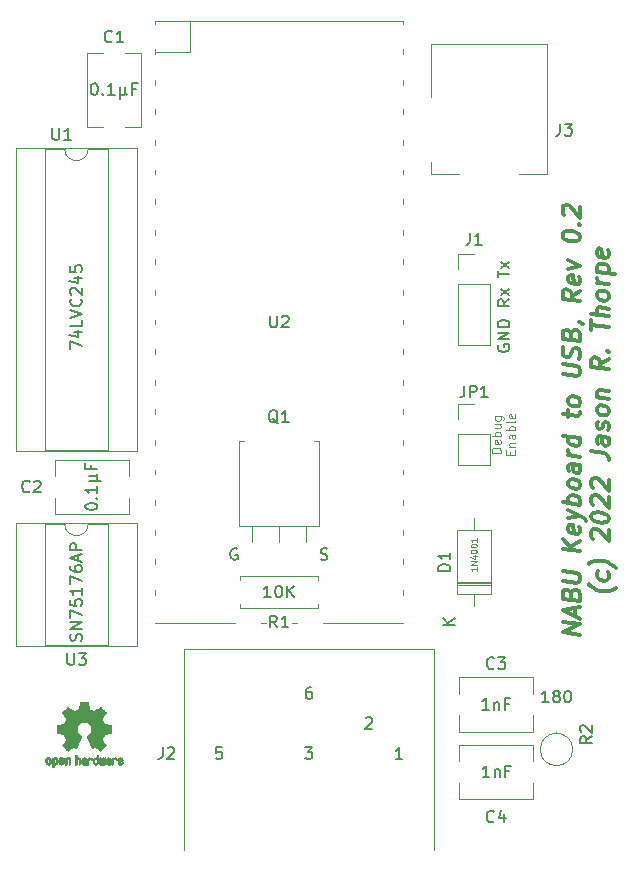
<source format=gbr>
%TF.GenerationSoftware,KiCad,Pcbnew,(6.0.11-0)*%
%TF.CreationDate,2023-04-09T22:47:23-07:00*%
%TF.ProjectId,nabu-keyboard-usb,6e616275-2d6b-4657-9962-6f6172642d75,0.2*%
%TF.SameCoordinates,Original*%
%TF.FileFunction,Legend,Top*%
%TF.FilePolarity,Positive*%
%FSLAX46Y46*%
G04 Gerber Fmt 4.6, Leading zero omitted, Abs format (unit mm)*
G04 Created by KiCad (PCBNEW (6.0.11-0)) date 2023-04-09 22:47:23*
%MOMM*%
%LPD*%
G01*
G04 APERTURE LIST*
%ADD10C,0.100000*%
%ADD11C,0.150000*%
%ADD12C,0.300000*%
%ADD13C,0.120000*%
%ADD14C,0.010000*%
G04 APERTURE END LIST*
D10*
X160390535Y-100595714D02*
X159640535Y-100595714D01*
X159640535Y-100417142D01*
X159676250Y-100310000D01*
X159747678Y-100238571D01*
X159819107Y-100202857D01*
X159961964Y-100167142D01*
X160069107Y-100167142D01*
X160211964Y-100202857D01*
X160283392Y-100238571D01*
X160354821Y-100310000D01*
X160390535Y-100417142D01*
X160390535Y-100595714D01*
X160354821Y-99560000D02*
X160390535Y-99631428D01*
X160390535Y-99774285D01*
X160354821Y-99845714D01*
X160283392Y-99881428D01*
X159997678Y-99881428D01*
X159926250Y-99845714D01*
X159890535Y-99774285D01*
X159890535Y-99631428D01*
X159926250Y-99560000D01*
X159997678Y-99524285D01*
X160069107Y-99524285D01*
X160140535Y-99881428D01*
X160390535Y-99202857D02*
X159640535Y-99202857D01*
X159926250Y-99202857D02*
X159890535Y-99131428D01*
X159890535Y-98988571D01*
X159926250Y-98917142D01*
X159961964Y-98881428D01*
X160033392Y-98845714D01*
X160247678Y-98845714D01*
X160319107Y-98881428D01*
X160354821Y-98917142D01*
X160390535Y-98988571D01*
X160390535Y-99131428D01*
X160354821Y-99202857D01*
X159890535Y-98202857D02*
X160390535Y-98202857D01*
X159890535Y-98524285D02*
X160283392Y-98524285D01*
X160354821Y-98488571D01*
X160390535Y-98417142D01*
X160390535Y-98310000D01*
X160354821Y-98238571D01*
X160319107Y-98202857D01*
X159890535Y-97524285D02*
X160497678Y-97524285D01*
X160569107Y-97560000D01*
X160604821Y-97595714D01*
X160640535Y-97667142D01*
X160640535Y-97774285D01*
X160604821Y-97845714D01*
X160354821Y-97524285D02*
X160390535Y-97595714D01*
X160390535Y-97738571D01*
X160354821Y-97810000D01*
X160319107Y-97845714D01*
X160247678Y-97881428D01*
X160033392Y-97881428D01*
X159961964Y-97845714D01*
X159926250Y-97810000D01*
X159890535Y-97738571D01*
X159890535Y-97595714D01*
X159926250Y-97524285D01*
X161205178Y-100756428D02*
X161205178Y-100506428D01*
X161598035Y-100399285D02*
X161598035Y-100756428D01*
X160848035Y-100756428D01*
X160848035Y-100399285D01*
X161098035Y-100077857D02*
X161598035Y-100077857D01*
X161169464Y-100077857D02*
X161133750Y-100042142D01*
X161098035Y-99970714D01*
X161098035Y-99863571D01*
X161133750Y-99792142D01*
X161205178Y-99756428D01*
X161598035Y-99756428D01*
X161598035Y-99077857D02*
X161205178Y-99077857D01*
X161133750Y-99113571D01*
X161098035Y-99185000D01*
X161098035Y-99327857D01*
X161133750Y-99399285D01*
X161562321Y-99077857D02*
X161598035Y-99149285D01*
X161598035Y-99327857D01*
X161562321Y-99399285D01*
X161490892Y-99435000D01*
X161419464Y-99435000D01*
X161348035Y-99399285D01*
X161312321Y-99327857D01*
X161312321Y-99149285D01*
X161276607Y-99077857D01*
X161598035Y-98720714D02*
X160848035Y-98720714D01*
X161133750Y-98720714D02*
X161098035Y-98649285D01*
X161098035Y-98506428D01*
X161133750Y-98435000D01*
X161169464Y-98399285D01*
X161240892Y-98363571D01*
X161455178Y-98363571D01*
X161526607Y-98399285D01*
X161562321Y-98435000D01*
X161598035Y-98506428D01*
X161598035Y-98649285D01*
X161562321Y-98720714D01*
X161598035Y-97935000D02*
X161562321Y-98006428D01*
X161490892Y-98042142D01*
X160848035Y-98042142D01*
X161562321Y-97363571D02*
X161598035Y-97435000D01*
X161598035Y-97577857D01*
X161562321Y-97649285D01*
X161490892Y-97685000D01*
X161205178Y-97685000D01*
X161133750Y-97649285D01*
X161098035Y-97577857D01*
X161098035Y-97435000D01*
X161133750Y-97363571D01*
X161205178Y-97327857D01*
X161276607Y-97327857D01*
X161348035Y-97685000D01*
D11*
X160155000Y-91479285D02*
X160107380Y-91574523D01*
X160107380Y-91717380D01*
X160155000Y-91860238D01*
X160250238Y-91955476D01*
X160345476Y-92003095D01*
X160535952Y-92050714D01*
X160678809Y-92050714D01*
X160869285Y-92003095D01*
X160964523Y-91955476D01*
X161059761Y-91860238D01*
X161107380Y-91717380D01*
X161107380Y-91622142D01*
X161059761Y-91479285D01*
X161012142Y-91431666D01*
X160678809Y-91431666D01*
X160678809Y-91622142D01*
X161107380Y-91003095D02*
X160107380Y-91003095D01*
X161107380Y-90431666D01*
X160107380Y-90431666D01*
X161107380Y-89955476D02*
X160107380Y-89955476D01*
X160107380Y-89717380D01*
X160155000Y-89574523D01*
X160250238Y-89479285D01*
X160345476Y-89431666D01*
X160535952Y-89384047D01*
X160678809Y-89384047D01*
X160869285Y-89431666D01*
X160964523Y-89479285D01*
X161059761Y-89574523D01*
X161107380Y-89717380D01*
X161107380Y-89955476D01*
X161107380Y-87622142D02*
X160631190Y-87955476D01*
X161107380Y-88193571D02*
X160107380Y-88193571D01*
X160107380Y-87812619D01*
X160155000Y-87717380D01*
X160202619Y-87669761D01*
X160297857Y-87622142D01*
X160440714Y-87622142D01*
X160535952Y-87669761D01*
X160583571Y-87717380D01*
X160631190Y-87812619D01*
X160631190Y-88193571D01*
X161107380Y-87288809D02*
X160440714Y-86765000D01*
X160440714Y-87288809D02*
X161107380Y-86765000D01*
X160107380Y-85765000D02*
X160107380Y-85193571D01*
X161107380Y-85479285D02*
X160107380Y-85479285D01*
X161107380Y-84955476D02*
X160440714Y-84431666D01*
X160440714Y-84955476D02*
X161107380Y-84431666D01*
X145129285Y-109624761D02*
X145272142Y-109672380D01*
X145510238Y-109672380D01*
X145605476Y-109624761D01*
X145653095Y-109577142D01*
X145700714Y-109481904D01*
X145700714Y-109386666D01*
X145653095Y-109291428D01*
X145605476Y-109243809D01*
X145510238Y-109196190D01*
X145319761Y-109148571D01*
X145224523Y-109100952D01*
X145176904Y-109053333D01*
X145129285Y-108958095D01*
X145129285Y-108862857D01*
X145176904Y-108767619D01*
X145224523Y-108720000D01*
X145319761Y-108672380D01*
X145557857Y-108672380D01*
X145700714Y-108720000D01*
D12*
X167111071Y-116003437D02*
X165611071Y-115815937D01*
X167111071Y-115146294D01*
X165611071Y-114958794D01*
X166682500Y-114449866D02*
X166682500Y-113735580D01*
X167111071Y-114646294D02*
X165611071Y-113958794D01*
X167111071Y-113646294D01*
X166325357Y-112548080D02*
X166396785Y-112342723D01*
X166468214Y-112280223D01*
X166611071Y-112226651D01*
X166825357Y-112253437D01*
X166968214Y-112342723D01*
X167039642Y-112423080D01*
X167111071Y-112574866D01*
X167111071Y-113146294D01*
X165611071Y-112958794D01*
X165611071Y-112458794D01*
X165682500Y-112324866D01*
X165753928Y-112262366D01*
X165896785Y-112208794D01*
X166039642Y-112226651D01*
X166182500Y-112315937D01*
X166253928Y-112396294D01*
X166325357Y-112548080D01*
X166325357Y-113048080D01*
X165611071Y-111458794D02*
X166825357Y-111610580D01*
X166968214Y-111557008D01*
X167039642Y-111494508D01*
X167111071Y-111360580D01*
X167111071Y-111074866D01*
X167039642Y-110923080D01*
X166968214Y-110842723D01*
X166825357Y-110753437D01*
X165611071Y-110601651D01*
X167111071Y-108932008D02*
X165611071Y-108744508D01*
X167111071Y-108074866D02*
X166253928Y-108610580D01*
X165611071Y-107887366D02*
X166468214Y-108851651D01*
X167039642Y-106851651D02*
X167111071Y-107003437D01*
X167111071Y-107289151D01*
X167039642Y-107423080D01*
X166896785Y-107476651D01*
X166325357Y-107405223D01*
X166182500Y-107315937D01*
X166111071Y-107164151D01*
X166111071Y-106878437D01*
X166182500Y-106744508D01*
X166325357Y-106690937D01*
X166468214Y-106708794D01*
X166611071Y-107440937D01*
X166111071Y-106164151D02*
X167111071Y-105932008D01*
X166111071Y-105449866D02*
X167111071Y-105932008D01*
X167468214Y-106119508D01*
X167539642Y-106199866D01*
X167611071Y-106351651D01*
X167111071Y-105003437D02*
X165611071Y-104815937D01*
X166182500Y-104887366D02*
X166111071Y-104735580D01*
X166111071Y-104449866D01*
X166182500Y-104315937D01*
X166253928Y-104253437D01*
X166396785Y-104199866D01*
X166825357Y-104253437D01*
X166968214Y-104342723D01*
X167039642Y-104423080D01*
X167111071Y-104574866D01*
X167111071Y-104860580D01*
X167039642Y-104994508D01*
X167111071Y-103432008D02*
X167039642Y-103565937D01*
X166968214Y-103628437D01*
X166825357Y-103682008D01*
X166396785Y-103628437D01*
X166253928Y-103539151D01*
X166182500Y-103458794D01*
X166111071Y-103307008D01*
X166111071Y-103092723D01*
X166182500Y-102958794D01*
X166253928Y-102896294D01*
X166396785Y-102842723D01*
X166825357Y-102896294D01*
X166968214Y-102985580D01*
X167039642Y-103065937D01*
X167111071Y-103217723D01*
X167111071Y-103432008D01*
X167111071Y-101646294D02*
X166325357Y-101548080D01*
X166182500Y-101601651D01*
X166111071Y-101735580D01*
X166111071Y-102021294D01*
X166182500Y-102173080D01*
X167039642Y-101637366D02*
X167111071Y-101789151D01*
X167111071Y-102146294D01*
X167039642Y-102280223D01*
X166896785Y-102333794D01*
X166753928Y-102315937D01*
X166611071Y-102226651D01*
X166539642Y-102074866D01*
X166539642Y-101717723D01*
X166468214Y-101565937D01*
X167111071Y-100932008D02*
X166111071Y-100807008D01*
X166396785Y-100842723D02*
X166253928Y-100753437D01*
X166182500Y-100673080D01*
X166111071Y-100521294D01*
X166111071Y-100378437D01*
X167111071Y-99360580D02*
X165611071Y-99173080D01*
X167039642Y-99351651D02*
X167111071Y-99503437D01*
X167111071Y-99789151D01*
X167039642Y-99923080D01*
X166968214Y-99985580D01*
X166825357Y-100039151D01*
X166396785Y-99985580D01*
X166253928Y-99896294D01*
X166182500Y-99815937D01*
X166111071Y-99664151D01*
X166111071Y-99378437D01*
X166182500Y-99244508D01*
X166111071Y-97592723D02*
X166111071Y-97021294D01*
X165611071Y-97315937D02*
X166896785Y-97476651D01*
X167039642Y-97423080D01*
X167111071Y-97289151D01*
X167111071Y-97146294D01*
X167111071Y-96432008D02*
X167039642Y-96565937D01*
X166968214Y-96628437D01*
X166825357Y-96682008D01*
X166396785Y-96628437D01*
X166253928Y-96539151D01*
X166182500Y-96458794D01*
X166111071Y-96307008D01*
X166111071Y-96092723D01*
X166182500Y-95958794D01*
X166253928Y-95896294D01*
X166396785Y-95842723D01*
X166825357Y-95896294D01*
X166968214Y-95985580D01*
X167039642Y-96065937D01*
X167111071Y-96217723D01*
X167111071Y-96432008D01*
X165611071Y-93958794D02*
X166825357Y-94110580D01*
X166968214Y-94057008D01*
X167039642Y-93994508D01*
X167111071Y-93860580D01*
X167111071Y-93574866D01*
X167039642Y-93423080D01*
X166968214Y-93342723D01*
X166825357Y-93253437D01*
X165611071Y-93101651D01*
X167039642Y-92637366D02*
X167111071Y-92432008D01*
X167111071Y-92074866D01*
X167039642Y-91923080D01*
X166968214Y-91842723D01*
X166825357Y-91753437D01*
X166682500Y-91735580D01*
X166539642Y-91789151D01*
X166468214Y-91851651D01*
X166396785Y-91985580D01*
X166325357Y-92262366D01*
X166253928Y-92396294D01*
X166182500Y-92458794D01*
X166039642Y-92512366D01*
X165896785Y-92494508D01*
X165753928Y-92405223D01*
X165682500Y-92324866D01*
X165611071Y-92173080D01*
X165611071Y-91815937D01*
X165682500Y-91610580D01*
X166325357Y-90548080D02*
X166396785Y-90342723D01*
X166468214Y-90280223D01*
X166611071Y-90226651D01*
X166825357Y-90253437D01*
X166968214Y-90342723D01*
X167039642Y-90423080D01*
X167111071Y-90574866D01*
X167111071Y-91146294D01*
X165611071Y-90958794D01*
X165611071Y-90458794D01*
X165682500Y-90324866D01*
X165753928Y-90262366D01*
X165896785Y-90208794D01*
X166039642Y-90226651D01*
X166182500Y-90315937D01*
X166253928Y-90396294D01*
X166325357Y-90548080D01*
X166325357Y-91048080D01*
X167039642Y-89565937D02*
X167111071Y-89574866D01*
X167253928Y-89664151D01*
X167325357Y-89744508D01*
X167111071Y-86932008D02*
X166396785Y-87342723D01*
X167111071Y-87789151D02*
X165611071Y-87601651D01*
X165611071Y-87030223D01*
X165682500Y-86896294D01*
X165753928Y-86833794D01*
X165896785Y-86780223D01*
X166111071Y-86807008D01*
X166253928Y-86896294D01*
X166325357Y-86976651D01*
X166396785Y-87128437D01*
X166396785Y-87699866D01*
X167039642Y-85708794D02*
X167111071Y-85860580D01*
X167111071Y-86146294D01*
X167039642Y-86280223D01*
X166896785Y-86333794D01*
X166325357Y-86262366D01*
X166182500Y-86173080D01*
X166111071Y-86021294D01*
X166111071Y-85735580D01*
X166182500Y-85601651D01*
X166325357Y-85548080D01*
X166468214Y-85565937D01*
X166611071Y-86298080D01*
X166111071Y-85021294D02*
X167111071Y-84789151D01*
X166111071Y-84307008D01*
X165611071Y-82244508D02*
X165611071Y-82101651D01*
X165682500Y-81967723D01*
X165753928Y-81905223D01*
X165896785Y-81851651D01*
X166182500Y-81815937D01*
X166539642Y-81860580D01*
X166825357Y-81967723D01*
X166968214Y-82057008D01*
X167039642Y-82137366D01*
X167111071Y-82289151D01*
X167111071Y-82432008D01*
X167039642Y-82565937D01*
X166968214Y-82628437D01*
X166825357Y-82682008D01*
X166539642Y-82717723D01*
X166182500Y-82673080D01*
X165896785Y-82565937D01*
X165753928Y-82476651D01*
X165682500Y-82396294D01*
X165611071Y-82244508D01*
X166968214Y-81271294D02*
X167039642Y-81208794D01*
X167111071Y-81289151D01*
X167039642Y-81351651D01*
X166968214Y-81271294D01*
X167111071Y-81289151D01*
X165753928Y-80476651D02*
X165682500Y-80396294D01*
X165611071Y-80244508D01*
X165611071Y-79887366D01*
X165682500Y-79753437D01*
X165753928Y-79690937D01*
X165896785Y-79637366D01*
X166039642Y-79655223D01*
X166253928Y-79753437D01*
X167111071Y-80717723D01*
X167111071Y-79789151D01*
X170097500Y-112039151D02*
X170026071Y-112101651D01*
X169811785Y-112217723D01*
X169668928Y-112271294D01*
X169454642Y-112315937D01*
X169097500Y-112342723D01*
X168811785Y-112307008D01*
X168454642Y-112190937D01*
X168240357Y-112092723D01*
X168097500Y-112003437D01*
X167883214Y-111833794D01*
X167811785Y-111753437D01*
X169454642Y-110744508D02*
X169526071Y-110896294D01*
X169526071Y-111182008D01*
X169454642Y-111315937D01*
X169383214Y-111378437D01*
X169240357Y-111432008D01*
X168811785Y-111378437D01*
X168668928Y-111289151D01*
X168597500Y-111208794D01*
X168526071Y-111057008D01*
X168526071Y-110771294D01*
X168597500Y-110637366D01*
X170097500Y-110324866D02*
X170026071Y-110244508D01*
X169811785Y-110074866D01*
X169668928Y-109985580D01*
X169454642Y-109887366D01*
X169097500Y-109771294D01*
X168811785Y-109735580D01*
X168454642Y-109762366D01*
X168240357Y-109807008D01*
X168097500Y-109860580D01*
X167883214Y-109976651D01*
X167811785Y-110039151D01*
X168168928Y-107869508D02*
X168097500Y-107789151D01*
X168026071Y-107637366D01*
X168026071Y-107280223D01*
X168097500Y-107146294D01*
X168168928Y-107083794D01*
X168311785Y-107030223D01*
X168454642Y-107048080D01*
X168668928Y-107146294D01*
X169526071Y-108110580D01*
X169526071Y-107182008D01*
X168026071Y-106065937D02*
X168026071Y-105923080D01*
X168097500Y-105789151D01*
X168168928Y-105726651D01*
X168311785Y-105673080D01*
X168597500Y-105637366D01*
X168954642Y-105682008D01*
X169240357Y-105789151D01*
X169383214Y-105878437D01*
X169454642Y-105958794D01*
X169526071Y-106110580D01*
X169526071Y-106253437D01*
X169454642Y-106387366D01*
X169383214Y-106449866D01*
X169240357Y-106503437D01*
X168954642Y-106539151D01*
X168597500Y-106494508D01*
X168311785Y-106387366D01*
X168168928Y-106298080D01*
X168097500Y-106217723D01*
X168026071Y-106065937D01*
X168168928Y-105012366D02*
X168097500Y-104932008D01*
X168026071Y-104780223D01*
X168026071Y-104423080D01*
X168097500Y-104289151D01*
X168168928Y-104226651D01*
X168311785Y-104173080D01*
X168454642Y-104190937D01*
X168668928Y-104289151D01*
X169526071Y-105253437D01*
X169526071Y-104324866D01*
X168168928Y-103583794D02*
X168097500Y-103503437D01*
X168026071Y-103351651D01*
X168026071Y-102994508D01*
X168097500Y-102860580D01*
X168168928Y-102798080D01*
X168311785Y-102744508D01*
X168454642Y-102762366D01*
X168668928Y-102860580D01*
X169526071Y-103824866D01*
X169526071Y-102896294D01*
X168026071Y-100494508D02*
X169097500Y-100628437D01*
X169311785Y-100726651D01*
X169454642Y-100887366D01*
X169526071Y-101110580D01*
X169526071Y-101253437D01*
X169526071Y-99324866D02*
X168740357Y-99226651D01*
X168597500Y-99280223D01*
X168526071Y-99414151D01*
X168526071Y-99699866D01*
X168597500Y-99851651D01*
X169454642Y-99315937D02*
X169526071Y-99467723D01*
X169526071Y-99824866D01*
X169454642Y-99958794D01*
X169311785Y-100012366D01*
X169168928Y-99994508D01*
X169026071Y-99905223D01*
X168954642Y-99753437D01*
X168954642Y-99396294D01*
X168883214Y-99244508D01*
X169454642Y-98673080D02*
X169526071Y-98539151D01*
X169526071Y-98253437D01*
X169454642Y-98101651D01*
X169311785Y-98012366D01*
X169240357Y-98003437D01*
X169097500Y-98057008D01*
X169026071Y-98190937D01*
X169026071Y-98405223D01*
X168954642Y-98539151D01*
X168811785Y-98592723D01*
X168740357Y-98583794D01*
X168597500Y-98494508D01*
X168526071Y-98342723D01*
X168526071Y-98128437D01*
X168597500Y-97994508D01*
X169526071Y-97182008D02*
X169454642Y-97315937D01*
X169383214Y-97378437D01*
X169240357Y-97432008D01*
X168811785Y-97378437D01*
X168668928Y-97289151D01*
X168597500Y-97208794D01*
X168526071Y-97057008D01*
X168526071Y-96842723D01*
X168597500Y-96708794D01*
X168668928Y-96646294D01*
X168811785Y-96592723D01*
X169240357Y-96646294D01*
X169383214Y-96735580D01*
X169454642Y-96815937D01*
X169526071Y-96967723D01*
X169526071Y-97182008D01*
X168526071Y-95914151D02*
X169526071Y-96039151D01*
X168668928Y-95932008D02*
X168597500Y-95851651D01*
X168526071Y-95699866D01*
X168526071Y-95485580D01*
X168597500Y-95351651D01*
X168740357Y-95298080D01*
X169526071Y-95396294D01*
X169526071Y-92682008D02*
X168811785Y-93092723D01*
X169526071Y-93539151D02*
X168026071Y-93351651D01*
X168026071Y-92780223D01*
X168097500Y-92646294D01*
X168168928Y-92583794D01*
X168311785Y-92530223D01*
X168526071Y-92557008D01*
X168668928Y-92646294D01*
X168740357Y-92726651D01*
X168811785Y-92878437D01*
X168811785Y-93449866D01*
X169383214Y-92021294D02*
X169454642Y-91958794D01*
X169526071Y-92039151D01*
X169454642Y-92101651D01*
X169383214Y-92021294D01*
X169526071Y-92039151D01*
X168026071Y-90208794D02*
X168026071Y-89351651D01*
X169526071Y-89967723D02*
X168026071Y-89780223D01*
X169526071Y-89039151D02*
X168026071Y-88851651D01*
X169526071Y-88396294D02*
X168740357Y-88298080D01*
X168597500Y-88351651D01*
X168526071Y-88485580D01*
X168526071Y-88699866D01*
X168597500Y-88851651D01*
X168668928Y-88932008D01*
X169526071Y-87467723D02*
X169454642Y-87601651D01*
X169383214Y-87664151D01*
X169240357Y-87717723D01*
X168811785Y-87664151D01*
X168668928Y-87574866D01*
X168597500Y-87494508D01*
X168526071Y-87342723D01*
X168526071Y-87128437D01*
X168597500Y-86994508D01*
X168668928Y-86932008D01*
X168811785Y-86878437D01*
X169240357Y-86932008D01*
X169383214Y-87021294D01*
X169454642Y-87101651D01*
X169526071Y-87253437D01*
X169526071Y-87467723D01*
X169526071Y-86324866D02*
X168526071Y-86199866D01*
X168811785Y-86235580D02*
X168668928Y-86146294D01*
X168597500Y-86065937D01*
X168526071Y-85914151D01*
X168526071Y-85771294D01*
X168526071Y-85271294D02*
X170026071Y-85458794D01*
X168597500Y-85280223D02*
X168526071Y-85128437D01*
X168526071Y-84842723D01*
X168597500Y-84708794D01*
X168668928Y-84646294D01*
X168811785Y-84592723D01*
X169240357Y-84646294D01*
X169383214Y-84735580D01*
X169454642Y-84815937D01*
X169526071Y-84967723D01*
X169526071Y-85253437D01*
X169454642Y-85387366D01*
X169454642Y-83458794D02*
X169526071Y-83610580D01*
X169526071Y-83896294D01*
X169454642Y-84030223D01*
X169311785Y-84083794D01*
X168740357Y-84012366D01*
X168597500Y-83923080D01*
X168526071Y-83771294D01*
X168526071Y-83485580D01*
X168597500Y-83351651D01*
X168740357Y-83298080D01*
X168883214Y-83315937D01*
X169026071Y-84048080D01*
D11*
X138056904Y-108720000D02*
X137961666Y-108672380D01*
X137818809Y-108672380D01*
X137675952Y-108720000D01*
X137580714Y-108815238D01*
X137533095Y-108910476D01*
X137485476Y-109100952D01*
X137485476Y-109243809D01*
X137533095Y-109434285D01*
X137580714Y-109529523D01*
X137675952Y-109624761D01*
X137818809Y-109672380D01*
X137914047Y-109672380D01*
X138056904Y-109624761D01*
X138104523Y-109577142D01*
X138104523Y-109243809D01*
X137914047Y-109243809D01*
%TO.C,U2*%
X140843095Y-88987380D02*
X140843095Y-89796904D01*
X140890714Y-89892142D01*
X140938333Y-89939761D01*
X141033571Y-89987380D01*
X141224047Y-89987380D01*
X141319285Y-89939761D01*
X141366904Y-89892142D01*
X141414523Y-89796904D01*
X141414523Y-88987380D01*
X141843095Y-89082619D02*
X141890714Y-89035000D01*
X141985952Y-88987380D01*
X142224047Y-88987380D01*
X142319285Y-89035000D01*
X142366904Y-89082619D01*
X142414523Y-89177857D01*
X142414523Y-89273095D01*
X142366904Y-89415952D01*
X141795476Y-89987380D01*
X142414523Y-89987380D01*
%TO.C,JP1*%
X157281666Y-94912380D02*
X157281666Y-95626666D01*
X157234047Y-95769523D01*
X157138809Y-95864761D01*
X156995952Y-95912380D01*
X156900714Y-95912380D01*
X157757857Y-95912380D02*
X157757857Y-94912380D01*
X158138809Y-94912380D01*
X158234047Y-94960000D01*
X158281666Y-95007619D01*
X158329285Y-95102857D01*
X158329285Y-95245714D01*
X158281666Y-95340952D01*
X158234047Y-95388571D01*
X158138809Y-95436190D01*
X157757857Y-95436190D01*
X159281666Y-95912380D02*
X158710238Y-95912380D01*
X158995952Y-95912380D02*
X158995952Y-94912380D01*
X158900714Y-95055238D01*
X158805476Y-95150476D01*
X158710238Y-95198095D01*
%TO.C,Q1*%
X141509761Y-98114286D02*
X141414523Y-98066667D01*
X141319285Y-97971428D01*
X141176428Y-97828571D01*
X141081190Y-97780952D01*
X140985952Y-97780952D01*
X141033571Y-98019047D02*
X140938333Y-97971428D01*
X140843095Y-97876190D01*
X140795476Y-97685714D01*
X140795476Y-97352381D01*
X140843095Y-97161905D01*
X140938333Y-97066667D01*
X141033571Y-97019047D01*
X141224047Y-97019047D01*
X141319285Y-97066667D01*
X141414523Y-97161905D01*
X141462142Y-97352381D01*
X141462142Y-97685714D01*
X141414523Y-97876190D01*
X141319285Y-97971428D01*
X141224047Y-98019047D01*
X141033571Y-98019047D01*
X142414523Y-98019047D02*
X141843095Y-98019047D01*
X142128809Y-98019047D02*
X142128809Y-97019047D01*
X142033571Y-97161905D01*
X141938333Y-97257143D01*
X141843095Y-97304762D01*
%TO.C,U1*%
X122428095Y-73112380D02*
X122428095Y-73921904D01*
X122475714Y-74017142D01*
X122523333Y-74064761D01*
X122618571Y-74112380D01*
X122809047Y-74112380D01*
X122904285Y-74064761D01*
X122951904Y-74017142D01*
X122999523Y-73921904D01*
X122999523Y-73112380D01*
X123999523Y-74112380D02*
X123428095Y-74112380D01*
X123713809Y-74112380D02*
X123713809Y-73112380D01*
X123618571Y-73255238D01*
X123523333Y-73350476D01*
X123428095Y-73398095D01*
X123912380Y-91836428D02*
X123912380Y-91169761D01*
X124912380Y-91598333D01*
X124245714Y-90360238D02*
X124912380Y-90360238D01*
X123864761Y-90598333D02*
X124579047Y-90836428D01*
X124579047Y-90217380D01*
X124912380Y-89360238D02*
X124912380Y-89836428D01*
X123912380Y-89836428D01*
X123912380Y-89169761D02*
X124912380Y-88836428D01*
X123912380Y-88503095D01*
X124817142Y-87598333D02*
X124864761Y-87645952D01*
X124912380Y-87788809D01*
X124912380Y-87884047D01*
X124864761Y-88026904D01*
X124769523Y-88122142D01*
X124674285Y-88169761D01*
X124483809Y-88217380D01*
X124340952Y-88217380D01*
X124150476Y-88169761D01*
X124055238Y-88122142D01*
X123960000Y-88026904D01*
X123912380Y-87884047D01*
X123912380Y-87788809D01*
X123960000Y-87645952D01*
X124007619Y-87598333D01*
X124007619Y-87217380D02*
X123960000Y-87169761D01*
X123912380Y-87074523D01*
X123912380Y-86836428D01*
X123960000Y-86741190D01*
X124007619Y-86693571D01*
X124102857Y-86645952D01*
X124198095Y-86645952D01*
X124340952Y-86693571D01*
X124912380Y-87265000D01*
X124912380Y-86645952D01*
X124245714Y-85788809D02*
X124912380Y-85788809D01*
X123864761Y-86026904D02*
X124579047Y-86265000D01*
X124579047Y-85645952D01*
X123912380Y-84788809D02*
X123912380Y-85265000D01*
X124388571Y-85312619D01*
X124340952Y-85265000D01*
X124293333Y-85169761D01*
X124293333Y-84931666D01*
X124340952Y-84836428D01*
X124388571Y-84788809D01*
X124483809Y-84741190D01*
X124721904Y-84741190D01*
X124817142Y-84788809D01*
X124864761Y-84836428D01*
X124912380Y-84931666D01*
X124912380Y-85169761D01*
X124864761Y-85265000D01*
X124817142Y-85312619D01*
%TO.C,J1*%
X157781666Y-82002380D02*
X157781666Y-82716666D01*
X157734047Y-82859523D01*
X157638809Y-82954761D01*
X157495952Y-83002380D01*
X157400714Y-83002380D01*
X158781666Y-83002380D02*
X158210238Y-83002380D01*
X158495952Y-83002380D02*
X158495952Y-82002380D01*
X158400714Y-82145238D01*
X158305476Y-82240476D01*
X158210238Y-82288095D01*
%TO.C,U3*%
X123698095Y-117562380D02*
X123698095Y-118371904D01*
X123745714Y-118467142D01*
X123793333Y-118514761D01*
X123888571Y-118562380D01*
X124079047Y-118562380D01*
X124174285Y-118514761D01*
X124221904Y-118467142D01*
X124269523Y-118371904D01*
X124269523Y-117562380D01*
X124650476Y-117562380D02*
X125269523Y-117562380D01*
X124936190Y-117943333D01*
X125079047Y-117943333D01*
X125174285Y-117990952D01*
X125221904Y-118038571D01*
X125269523Y-118133809D01*
X125269523Y-118371904D01*
X125221904Y-118467142D01*
X125174285Y-118514761D01*
X125079047Y-118562380D01*
X124793333Y-118562380D01*
X124698095Y-118514761D01*
X124650476Y-118467142D01*
X124864761Y-116514047D02*
X124912380Y-116371190D01*
X124912380Y-116133095D01*
X124864761Y-116037857D01*
X124817142Y-115990238D01*
X124721904Y-115942619D01*
X124626666Y-115942619D01*
X124531428Y-115990238D01*
X124483809Y-116037857D01*
X124436190Y-116133095D01*
X124388571Y-116323571D01*
X124340952Y-116418809D01*
X124293333Y-116466428D01*
X124198095Y-116514047D01*
X124102857Y-116514047D01*
X124007619Y-116466428D01*
X123960000Y-116418809D01*
X123912380Y-116323571D01*
X123912380Y-116085476D01*
X123960000Y-115942619D01*
X124912380Y-115514047D02*
X123912380Y-115514047D01*
X124912380Y-114942619D01*
X123912380Y-114942619D01*
X123912380Y-114561666D02*
X123912380Y-113895000D01*
X124912380Y-114323571D01*
X123912380Y-113037857D02*
X123912380Y-113514047D01*
X124388571Y-113561666D01*
X124340952Y-113514047D01*
X124293333Y-113418809D01*
X124293333Y-113180714D01*
X124340952Y-113085476D01*
X124388571Y-113037857D01*
X124483809Y-112990238D01*
X124721904Y-112990238D01*
X124817142Y-113037857D01*
X124864761Y-113085476D01*
X124912380Y-113180714D01*
X124912380Y-113418809D01*
X124864761Y-113514047D01*
X124817142Y-113561666D01*
X124912380Y-112037857D02*
X124912380Y-112609285D01*
X124912380Y-112323571D02*
X123912380Y-112323571D01*
X124055238Y-112418809D01*
X124150476Y-112514047D01*
X124198095Y-112609285D01*
X123912380Y-111704523D02*
X123912380Y-111037857D01*
X124912380Y-111466428D01*
X123912380Y-110228333D02*
X123912380Y-110418809D01*
X123960000Y-110514047D01*
X124007619Y-110561666D01*
X124150476Y-110656904D01*
X124340952Y-110704523D01*
X124721904Y-110704523D01*
X124817142Y-110656904D01*
X124864761Y-110609285D01*
X124912380Y-110514047D01*
X124912380Y-110323571D01*
X124864761Y-110228333D01*
X124817142Y-110180714D01*
X124721904Y-110133095D01*
X124483809Y-110133095D01*
X124388571Y-110180714D01*
X124340952Y-110228333D01*
X124293333Y-110323571D01*
X124293333Y-110514047D01*
X124340952Y-110609285D01*
X124388571Y-110656904D01*
X124483809Y-110704523D01*
X124626666Y-109752142D02*
X124626666Y-109275952D01*
X124912380Y-109847380D02*
X123912380Y-109514047D01*
X124912380Y-109180714D01*
X124912380Y-108847380D02*
X123912380Y-108847380D01*
X123912380Y-108466428D01*
X123960000Y-108371190D01*
X124007619Y-108323571D01*
X124102857Y-108275952D01*
X124245714Y-108275952D01*
X124340952Y-108323571D01*
X124388571Y-108371190D01*
X124436190Y-108466428D01*
X124436190Y-108847380D01*
%TO.C,C3*%
X159813333Y-118827142D02*
X159765714Y-118874761D01*
X159622857Y-118922380D01*
X159527619Y-118922380D01*
X159384761Y-118874761D01*
X159289523Y-118779523D01*
X159241904Y-118684285D01*
X159194285Y-118493809D01*
X159194285Y-118350952D01*
X159241904Y-118160476D01*
X159289523Y-118065238D01*
X159384761Y-117970000D01*
X159527619Y-117922380D01*
X159622857Y-117922380D01*
X159765714Y-117970000D01*
X159813333Y-118017619D01*
X160146666Y-117922380D02*
X160765714Y-117922380D01*
X160432380Y-118303333D01*
X160575238Y-118303333D01*
X160670476Y-118350952D01*
X160718095Y-118398571D01*
X160765714Y-118493809D01*
X160765714Y-118731904D01*
X160718095Y-118827142D01*
X160670476Y-118874761D01*
X160575238Y-118922380D01*
X160289523Y-118922380D01*
X160194285Y-118874761D01*
X160146666Y-118827142D01*
X159384761Y-122372380D02*
X158813333Y-122372380D01*
X159099047Y-122372380D02*
X159099047Y-121372380D01*
X159003809Y-121515238D01*
X158908571Y-121610476D01*
X158813333Y-121658095D01*
X159813333Y-121705714D02*
X159813333Y-122372380D01*
X159813333Y-121800952D02*
X159860952Y-121753333D01*
X159956190Y-121705714D01*
X160099047Y-121705714D01*
X160194285Y-121753333D01*
X160241904Y-121848571D01*
X160241904Y-122372380D01*
X161051428Y-121848571D02*
X160718095Y-121848571D01*
X160718095Y-122372380D02*
X160718095Y-121372380D01*
X161194285Y-121372380D01*
%TO.C,C4*%
X159813333Y-131802142D02*
X159765714Y-131849761D01*
X159622857Y-131897380D01*
X159527619Y-131897380D01*
X159384761Y-131849761D01*
X159289523Y-131754523D01*
X159241904Y-131659285D01*
X159194285Y-131468809D01*
X159194285Y-131325952D01*
X159241904Y-131135476D01*
X159289523Y-131040238D01*
X159384761Y-130945000D01*
X159527619Y-130897380D01*
X159622857Y-130897380D01*
X159765714Y-130945000D01*
X159813333Y-130992619D01*
X160670476Y-131230714D02*
X160670476Y-131897380D01*
X160432380Y-130849761D02*
X160194285Y-131564047D01*
X160813333Y-131564047D01*
X159424761Y-128087380D02*
X158853333Y-128087380D01*
X159139047Y-128087380D02*
X159139047Y-127087380D01*
X159043809Y-127230238D01*
X158948571Y-127325476D01*
X158853333Y-127373095D01*
X159853333Y-127420714D02*
X159853333Y-128087380D01*
X159853333Y-127515952D02*
X159900952Y-127468333D01*
X159996190Y-127420714D01*
X160139047Y-127420714D01*
X160234285Y-127468333D01*
X160281904Y-127563571D01*
X160281904Y-128087380D01*
X161091428Y-127563571D02*
X160758095Y-127563571D01*
X160758095Y-128087380D02*
X160758095Y-127087380D01*
X161234285Y-127087380D01*
%TO.C,R1*%
X141438333Y-115387380D02*
X141105000Y-114911190D01*
X140866904Y-115387380D02*
X140866904Y-114387380D01*
X141247857Y-114387380D01*
X141343095Y-114435000D01*
X141390714Y-114482619D01*
X141438333Y-114577857D01*
X141438333Y-114720714D01*
X141390714Y-114815952D01*
X141343095Y-114863571D01*
X141247857Y-114911190D01*
X140866904Y-114911190D01*
X142390714Y-115387380D02*
X141819285Y-115387380D01*
X142105000Y-115387380D02*
X142105000Y-114387380D01*
X142009761Y-114530238D01*
X141914523Y-114625476D01*
X141819285Y-114673095D01*
X140914523Y-112847380D02*
X140343095Y-112847380D01*
X140628809Y-112847380D02*
X140628809Y-111847380D01*
X140533571Y-111990238D01*
X140438333Y-112085476D01*
X140343095Y-112133095D01*
X141533571Y-111847380D02*
X141628809Y-111847380D01*
X141724047Y-111895000D01*
X141771666Y-111942619D01*
X141819285Y-112037857D01*
X141866904Y-112228333D01*
X141866904Y-112466428D01*
X141819285Y-112656904D01*
X141771666Y-112752142D01*
X141724047Y-112799761D01*
X141628809Y-112847380D01*
X141533571Y-112847380D01*
X141438333Y-112799761D01*
X141390714Y-112752142D01*
X141343095Y-112656904D01*
X141295476Y-112466428D01*
X141295476Y-112228333D01*
X141343095Y-112037857D01*
X141390714Y-111942619D01*
X141438333Y-111895000D01*
X141533571Y-111847380D01*
X142295476Y-112847380D02*
X142295476Y-111847380D01*
X142866904Y-112847380D02*
X142438333Y-112275952D01*
X142866904Y-111847380D02*
X142295476Y-112418809D01*
%TO.C,R2*%
X168092380Y-124626666D02*
X167616190Y-124960000D01*
X168092380Y-125198095D02*
X167092380Y-125198095D01*
X167092380Y-124817142D01*
X167140000Y-124721904D01*
X167187619Y-124674285D01*
X167282857Y-124626666D01*
X167425714Y-124626666D01*
X167520952Y-124674285D01*
X167568571Y-124721904D01*
X167616190Y-124817142D01*
X167616190Y-125198095D01*
X167187619Y-124245714D02*
X167140000Y-124198095D01*
X167092380Y-124102857D01*
X167092380Y-123864761D01*
X167140000Y-123769523D01*
X167187619Y-123721904D01*
X167282857Y-123674285D01*
X167378095Y-123674285D01*
X167520952Y-123721904D01*
X168092380Y-124293333D01*
X168092380Y-123674285D01*
X164433333Y-121737380D02*
X163861904Y-121737380D01*
X164147619Y-121737380D02*
X164147619Y-120737380D01*
X164052380Y-120880238D01*
X163957142Y-120975476D01*
X163861904Y-121023095D01*
X165004761Y-121165952D02*
X164909523Y-121118333D01*
X164861904Y-121070714D01*
X164814285Y-120975476D01*
X164814285Y-120927857D01*
X164861904Y-120832619D01*
X164909523Y-120785000D01*
X165004761Y-120737380D01*
X165195238Y-120737380D01*
X165290476Y-120785000D01*
X165338095Y-120832619D01*
X165385714Y-120927857D01*
X165385714Y-120975476D01*
X165338095Y-121070714D01*
X165290476Y-121118333D01*
X165195238Y-121165952D01*
X165004761Y-121165952D01*
X164909523Y-121213571D01*
X164861904Y-121261190D01*
X164814285Y-121356428D01*
X164814285Y-121546904D01*
X164861904Y-121642142D01*
X164909523Y-121689761D01*
X165004761Y-121737380D01*
X165195238Y-121737380D01*
X165290476Y-121689761D01*
X165338095Y-121642142D01*
X165385714Y-121546904D01*
X165385714Y-121356428D01*
X165338095Y-121261190D01*
X165290476Y-121213571D01*
X165195238Y-121165952D01*
X166004761Y-120737380D02*
X166100000Y-120737380D01*
X166195238Y-120785000D01*
X166242857Y-120832619D01*
X166290476Y-120927857D01*
X166338095Y-121118333D01*
X166338095Y-121356428D01*
X166290476Y-121546904D01*
X166242857Y-121642142D01*
X166195238Y-121689761D01*
X166100000Y-121737380D01*
X166004761Y-121737380D01*
X165909523Y-121689761D01*
X165861904Y-121642142D01*
X165814285Y-121546904D01*
X165766666Y-121356428D01*
X165766666Y-121118333D01*
X165814285Y-120927857D01*
X165861904Y-120832619D01*
X165909523Y-120785000D01*
X166004761Y-120737380D01*
%TO.C,C1*%
X127468333Y-65762142D02*
X127420714Y-65809761D01*
X127277857Y-65857380D01*
X127182619Y-65857380D01*
X127039761Y-65809761D01*
X126944523Y-65714523D01*
X126896904Y-65619285D01*
X126849285Y-65428809D01*
X126849285Y-65285952D01*
X126896904Y-65095476D01*
X126944523Y-65000238D01*
X127039761Y-64905000D01*
X127182619Y-64857380D01*
X127277857Y-64857380D01*
X127420714Y-64905000D01*
X127468333Y-64952619D01*
X128420714Y-65857380D02*
X127849285Y-65857380D01*
X128135000Y-65857380D02*
X128135000Y-64857380D01*
X128039761Y-65000238D01*
X127944523Y-65095476D01*
X127849285Y-65143095D01*
X125920714Y-69302380D02*
X126015952Y-69302380D01*
X126111190Y-69350000D01*
X126158809Y-69397619D01*
X126206428Y-69492857D01*
X126254047Y-69683333D01*
X126254047Y-69921428D01*
X126206428Y-70111904D01*
X126158809Y-70207142D01*
X126111190Y-70254761D01*
X126015952Y-70302380D01*
X125920714Y-70302380D01*
X125825476Y-70254761D01*
X125777857Y-70207142D01*
X125730238Y-70111904D01*
X125682619Y-69921428D01*
X125682619Y-69683333D01*
X125730238Y-69492857D01*
X125777857Y-69397619D01*
X125825476Y-69350000D01*
X125920714Y-69302380D01*
X126682619Y-70207142D02*
X126730238Y-70254761D01*
X126682619Y-70302380D01*
X126635000Y-70254761D01*
X126682619Y-70207142D01*
X126682619Y-70302380D01*
X127682619Y-70302380D02*
X127111190Y-70302380D01*
X127396904Y-70302380D02*
X127396904Y-69302380D01*
X127301666Y-69445238D01*
X127206428Y-69540476D01*
X127111190Y-69588095D01*
X128111190Y-69635714D02*
X128111190Y-70635714D01*
X128587380Y-70159523D02*
X128635000Y-70254761D01*
X128730238Y-70302380D01*
X128111190Y-70159523D02*
X128158809Y-70254761D01*
X128254047Y-70302380D01*
X128444523Y-70302380D01*
X128539761Y-70254761D01*
X128587380Y-70159523D01*
X128587380Y-69635714D01*
X129492142Y-69778571D02*
X129158809Y-69778571D01*
X129158809Y-70302380D02*
X129158809Y-69302380D01*
X129635000Y-69302380D01*
%TO.C,C2*%
X120483333Y-103862142D02*
X120435714Y-103909761D01*
X120292857Y-103957380D01*
X120197619Y-103957380D01*
X120054761Y-103909761D01*
X119959523Y-103814523D01*
X119911904Y-103719285D01*
X119864285Y-103528809D01*
X119864285Y-103385952D01*
X119911904Y-103195476D01*
X119959523Y-103100238D01*
X120054761Y-103005000D01*
X120197619Y-102957380D01*
X120292857Y-102957380D01*
X120435714Y-103005000D01*
X120483333Y-103052619D01*
X120864285Y-103052619D02*
X120911904Y-103005000D01*
X121007142Y-102957380D01*
X121245238Y-102957380D01*
X121340476Y-103005000D01*
X121388095Y-103052619D01*
X121435714Y-103147857D01*
X121435714Y-103243095D01*
X121388095Y-103385952D01*
X120816666Y-103957380D01*
X121435714Y-103957380D01*
X125222380Y-105219285D02*
X125222380Y-105124047D01*
X125270000Y-105028809D01*
X125317619Y-104981190D01*
X125412857Y-104933571D01*
X125603333Y-104885952D01*
X125841428Y-104885952D01*
X126031904Y-104933571D01*
X126127142Y-104981190D01*
X126174761Y-105028809D01*
X126222380Y-105124047D01*
X126222380Y-105219285D01*
X126174761Y-105314523D01*
X126127142Y-105362142D01*
X126031904Y-105409761D01*
X125841428Y-105457380D01*
X125603333Y-105457380D01*
X125412857Y-105409761D01*
X125317619Y-105362142D01*
X125270000Y-105314523D01*
X125222380Y-105219285D01*
X126127142Y-104457380D02*
X126174761Y-104409761D01*
X126222380Y-104457380D01*
X126174761Y-104505000D01*
X126127142Y-104457380D01*
X126222380Y-104457380D01*
X126222380Y-103457380D02*
X126222380Y-104028809D01*
X126222380Y-103743095D02*
X125222380Y-103743095D01*
X125365238Y-103838333D01*
X125460476Y-103933571D01*
X125508095Y-104028809D01*
X125555714Y-103028809D02*
X126555714Y-103028809D01*
X126079523Y-102552619D02*
X126174761Y-102505000D01*
X126222380Y-102409761D01*
X126079523Y-103028809D02*
X126174761Y-102981190D01*
X126222380Y-102885952D01*
X126222380Y-102695476D01*
X126174761Y-102600238D01*
X126079523Y-102552619D01*
X125555714Y-102552619D01*
X125698571Y-101647857D02*
X125698571Y-101981190D01*
X126222380Y-101981190D02*
X125222380Y-101981190D01*
X125222380Y-101505000D01*
%TO.C,J3*%
X165401666Y-72747380D02*
X165401666Y-73461666D01*
X165354047Y-73604523D01*
X165258809Y-73699761D01*
X165115952Y-73747380D01*
X165020714Y-73747380D01*
X165782619Y-72747380D02*
X166401666Y-72747380D01*
X166068333Y-73128333D01*
X166211190Y-73128333D01*
X166306428Y-73175952D01*
X166354047Y-73223571D01*
X166401666Y-73318809D01*
X166401666Y-73556904D01*
X166354047Y-73652142D01*
X166306428Y-73699761D01*
X166211190Y-73747380D01*
X165925476Y-73747380D01*
X165830238Y-73699761D01*
X165782619Y-73652142D01*
%TO.C,D1*%
X156097380Y-110593095D02*
X155097380Y-110593095D01*
X155097380Y-110355000D01*
X155145000Y-110212142D01*
X155240238Y-110116904D01*
X155335476Y-110069285D01*
X155525952Y-110021666D01*
X155668809Y-110021666D01*
X155859285Y-110069285D01*
X155954523Y-110116904D01*
X156049761Y-110212142D01*
X156097380Y-110355000D01*
X156097380Y-110593095D01*
X156097380Y-109069285D02*
X156097380Y-109640714D01*
X156097380Y-109355000D02*
X155097380Y-109355000D01*
X155240238Y-109450238D01*
X155335476Y-109545476D01*
X155383095Y-109640714D01*
D10*
X158341190Y-110291428D02*
X158341190Y-110577142D01*
X158341190Y-110434285D02*
X157841190Y-110434285D01*
X157912619Y-110481904D01*
X157960238Y-110529523D01*
X157984047Y-110577142D01*
X158341190Y-110077142D02*
X157841190Y-110077142D01*
X158341190Y-109791428D01*
X157841190Y-109791428D01*
X158007857Y-109339047D02*
X158341190Y-109339047D01*
X157817380Y-109458095D02*
X158174523Y-109577142D01*
X158174523Y-109267619D01*
X157841190Y-108981904D02*
X157841190Y-108934285D01*
X157865000Y-108886666D01*
X157888809Y-108862857D01*
X157936428Y-108839047D01*
X158031666Y-108815238D01*
X158150714Y-108815238D01*
X158245952Y-108839047D01*
X158293571Y-108862857D01*
X158317380Y-108886666D01*
X158341190Y-108934285D01*
X158341190Y-108981904D01*
X158317380Y-109029523D01*
X158293571Y-109053333D01*
X158245952Y-109077142D01*
X158150714Y-109100952D01*
X158031666Y-109100952D01*
X157936428Y-109077142D01*
X157888809Y-109053333D01*
X157865000Y-109029523D01*
X157841190Y-108981904D01*
X157841190Y-108505714D02*
X157841190Y-108458095D01*
X157865000Y-108410476D01*
X157888809Y-108386666D01*
X157936428Y-108362857D01*
X158031666Y-108339047D01*
X158150714Y-108339047D01*
X158245952Y-108362857D01*
X158293571Y-108386666D01*
X158317380Y-108410476D01*
X158341190Y-108458095D01*
X158341190Y-108505714D01*
X158317380Y-108553333D01*
X158293571Y-108577142D01*
X158245952Y-108600952D01*
X158150714Y-108624761D01*
X158031666Y-108624761D01*
X157936428Y-108600952D01*
X157888809Y-108577142D01*
X157865000Y-108553333D01*
X157841190Y-108505714D01*
X158341190Y-107862857D02*
X158341190Y-108148571D01*
X158341190Y-108005714D02*
X157841190Y-108005714D01*
X157912619Y-108053333D01*
X157960238Y-108100952D01*
X157984047Y-108148571D01*
D11*
X156467380Y-115196904D02*
X155467380Y-115196904D01*
X156467380Y-114625476D02*
X155895952Y-115054047D01*
X155467380Y-114625476D02*
X156038809Y-115196904D01*
%TO.C,J2*%
X131746666Y-125532380D02*
X131746666Y-126246666D01*
X131699047Y-126389523D01*
X131603809Y-126484761D01*
X131460952Y-126532380D01*
X131365714Y-126532380D01*
X132175238Y-125627619D02*
X132222857Y-125580000D01*
X132318095Y-125532380D01*
X132556190Y-125532380D01*
X132651428Y-125580000D01*
X132699047Y-125627619D01*
X132746666Y-125722857D01*
X132746666Y-125818095D01*
X132699047Y-125960952D01*
X132127619Y-126532380D01*
X132746666Y-126532380D01*
X152050714Y-126532380D02*
X151479285Y-126532380D01*
X151765000Y-126532380D02*
X151765000Y-125532380D01*
X151669761Y-125675238D01*
X151574523Y-125770476D01*
X151479285Y-125818095D01*
X144335476Y-120452380D02*
X144145000Y-120452380D01*
X144049761Y-120500000D01*
X144002142Y-120547619D01*
X143906904Y-120690476D01*
X143859285Y-120880952D01*
X143859285Y-121261904D01*
X143906904Y-121357142D01*
X143954523Y-121404761D01*
X144049761Y-121452380D01*
X144240238Y-121452380D01*
X144335476Y-121404761D01*
X144383095Y-121357142D01*
X144430714Y-121261904D01*
X144430714Y-121023809D01*
X144383095Y-120928571D01*
X144335476Y-120880952D01*
X144240238Y-120833333D01*
X144049761Y-120833333D01*
X143954523Y-120880952D01*
X143906904Y-120928571D01*
X143859285Y-121023809D01*
X143811666Y-125532380D02*
X144430714Y-125532380D01*
X144097380Y-125913333D01*
X144240238Y-125913333D01*
X144335476Y-125960952D01*
X144383095Y-126008571D01*
X144430714Y-126103809D01*
X144430714Y-126341904D01*
X144383095Y-126437142D01*
X144335476Y-126484761D01*
X144240238Y-126532380D01*
X143954523Y-126532380D01*
X143859285Y-126484761D01*
X143811666Y-126437142D01*
X136763095Y-125532380D02*
X136286904Y-125532380D01*
X136239285Y-126008571D01*
X136286904Y-125960952D01*
X136382142Y-125913333D01*
X136620238Y-125913333D01*
X136715476Y-125960952D01*
X136763095Y-126008571D01*
X136810714Y-126103809D01*
X136810714Y-126341904D01*
X136763095Y-126437142D01*
X136715476Y-126484761D01*
X136620238Y-126532380D01*
X136382142Y-126532380D01*
X136286904Y-126484761D01*
X136239285Y-126437142D01*
X148939285Y-123087619D02*
X148986904Y-123040000D01*
X149082142Y-122992380D01*
X149320238Y-122992380D01*
X149415476Y-123040000D01*
X149463095Y-123087619D01*
X149510714Y-123182857D01*
X149510714Y-123278095D01*
X149463095Y-123420952D01*
X148891666Y-123992380D01*
X149510714Y-123992380D01*
D13*
%TO.C,U2*%
X152105000Y-66435000D02*
X152105000Y-66835000D01*
X152105000Y-91835000D02*
X152105000Y-92235000D01*
X152105000Y-107135000D02*
X152105000Y-107535000D01*
X152105000Y-115035000D02*
X145305000Y-115035000D01*
X131105000Y-64035000D02*
X152105000Y-64035000D01*
X152105000Y-109635000D02*
X152105000Y-110035000D01*
X152105000Y-96935000D02*
X152105000Y-97335000D01*
X131105000Y-66702000D02*
X134112000Y-66702000D01*
X131105000Y-84235000D02*
X131105000Y-84635000D01*
X131105000Y-74135000D02*
X131105000Y-74535000D01*
X131105000Y-91835000D02*
X131105000Y-92235000D01*
X137905000Y-115035000D02*
X131105000Y-115035000D01*
X152105000Y-99535000D02*
X152105000Y-99935000D01*
X131105000Y-81735000D02*
X131105000Y-82135000D01*
X131105000Y-79135000D02*
X131105000Y-79535000D01*
X131105000Y-94435000D02*
X131105000Y-94835000D01*
X131105000Y-64035000D02*
X131105000Y-64335000D01*
X131105000Y-109635000D02*
X131105000Y-110035000D01*
X131105000Y-69035000D02*
X131105000Y-69435000D01*
X131105000Y-71535000D02*
X131105000Y-71935000D01*
X131105000Y-104635000D02*
X131105000Y-105035000D01*
X131105000Y-89335000D02*
X131105000Y-89735000D01*
X131105000Y-107135000D02*
X131105000Y-107535000D01*
X140105000Y-115035000D02*
X140505000Y-115035000D01*
X131105000Y-102035000D02*
X131105000Y-102435000D01*
X152105000Y-69035000D02*
X152105000Y-69435000D01*
X152105000Y-79135000D02*
X152105000Y-79535000D01*
X142705000Y-115035000D02*
X143105000Y-115035000D01*
X152105000Y-74135000D02*
X152105000Y-74535000D01*
X152105000Y-84235000D02*
X152105000Y-84635000D01*
X131105000Y-66435000D02*
X131105000Y-66835000D01*
X152105000Y-76635000D02*
X152105000Y-77035000D01*
X131105000Y-86835000D02*
X131105000Y-87235000D01*
X152105000Y-64035000D02*
X152105000Y-64335000D01*
X131105000Y-96935000D02*
X131105000Y-97335000D01*
X152105000Y-86835000D02*
X152105000Y-87235000D01*
X131105000Y-76635000D02*
X131105000Y-77035000D01*
X152105000Y-71535000D02*
X152105000Y-71935000D01*
X131105000Y-112235000D02*
X131105000Y-112635000D01*
X152105000Y-104635000D02*
X152105000Y-105035000D01*
X134112000Y-66702000D02*
X134112000Y-64035000D01*
X152105000Y-89335000D02*
X152105000Y-89735000D01*
X152105000Y-94435000D02*
X152105000Y-94835000D01*
X152105000Y-81735000D02*
X152105000Y-82135000D01*
X152105000Y-102035000D02*
X152105000Y-102435000D01*
X152105000Y-112235000D02*
X152105000Y-112635000D01*
X131105000Y-99535000D02*
X131105000Y-99935000D01*
%TO.C,JP1*%
X156785000Y-101660000D02*
X159445000Y-101660000D01*
X156785000Y-96460000D02*
X158115000Y-96460000D01*
X156785000Y-97790000D02*
X156785000Y-96460000D01*
X156785000Y-99060000D02*
X159445000Y-99060000D01*
X156785000Y-99060000D02*
X156785000Y-101660000D01*
X159445000Y-99060000D02*
X159445000Y-101660000D01*
%TO.C,Q1*%
X138195000Y-99600000D02*
X138604000Y-99600000D01*
X145015000Y-99600000D02*
X145015000Y-106840000D01*
X138195000Y-106840000D02*
X145015000Y-106840000D01*
X139315000Y-106840000D02*
X139315000Y-108170000D01*
X141605000Y-106840000D02*
X141605000Y-108170000D01*
X144606000Y-99600000D02*
X145015000Y-99600000D01*
X138195000Y-99600000D02*
X138195000Y-106840000D01*
X143895000Y-106840000D02*
X143895000Y-108170000D01*
%TO.C,U1*%
X127110000Y-100390000D02*
X127110000Y-74870000D01*
X119320000Y-100450000D02*
X129600000Y-100450000D01*
X127110000Y-74870000D02*
X125460000Y-74870000D01*
X129600000Y-74810000D02*
X119320000Y-74810000D01*
X129600000Y-100450000D02*
X129600000Y-74810000D01*
X121810000Y-100390000D02*
X127110000Y-100390000D01*
X119320000Y-74810000D02*
X119320000Y-100450000D01*
X123460000Y-74870000D02*
X121810000Y-74870000D01*
X121810000Y-74870000D02*
X121810000Y-100390000D01*
X123460000Y-74870000D02*
G75*
G03*
X125460000Y-74870000I1000000J0D01*
G01*
%TO.C,J1*%
X156785000Y-91500000D02*
X159445000Y-91500000D01*
X159445000Y-86360000D02*
X159445000Y-91500000D01*
X156785000Y-85090000D02*
X156785000Y-83760000D01*
X156785000Y-83760000D02*
X158115000Y-83760000D01*
X156785000Y-86360000D02*
X156785000Y-91500000D01*
X156785000Y-86360000D02*
X159445000Y-86360000D01*
%TO.C,U3*%
X127110000Y-106620000D02*
X125460000Y-106620000D01*
X129600000Y-116960000D02*
X129600000Y-106560000D01*
X119320000Y-116960000D02*
X129600000Y-116960000D01*
X129600000Y-106560000D02*
X119320000Y-106560000D01*
X123460000Y-106620000D02*
X121810000Y-106620000D01*
X121810000Y-116900000D02*
X127110000Y-116900000D01*
X119320000Y-106560000D02*
X119320000Y-116960000D01*
X127110000Y-116900000D02*
X127110000Y-106620000D01*
X121810000Y-106620000D02*
X121810000Y-116900000D01*
X123460000Y-106620000D02*
G75*
G03*
X125460000Y-106620000I1000000J0D01*
G01*
%TO.C,C3*%
X163100000Y-122845000D02*
X163100000Y-124241000D01*
X156860000Y-119599000D02*
X156860000Y-120995000D01*
X156860000Y-122845000D02*
X156860000Y-124241000D01*
X156860000Y-124241000D02*
X163100000Y-124241000D01*
X156860000Y-119599000D02*
X163100000Y-119599000D01*
X163100000Y-119599000D02*
X163100000Y-120995000D01*
%TO.C,C4*%
X156860000Y-125314000D02*
X163100000Y-125314000D01*
X156860000Y-128560000D02*
X156860000Y-129956000D01*
X163100000Y-125314000D02*
X163100000Y-126710000D01*
X156860000Y-125314000D02*
X156860000Y-126710000D01*
X163100000Y-128560000D02*
X163100000Y-129956000D01*
X156860000Y-129956000D02*
X163100000Y-129956000D01*
%TO.C,R1*%
X138335000Y-113435000D02*
X138335000Y-113765000D01*
X138335000Y-113765000D02*
X144875000Y-113765000D01*
X138335000Y-111025000D02*
X144875000Y-111025000D01*
X138335000Y-111355000D02*
X138335000Y-111025000D01*
X144875000Y-113765000D02*
X144875000Y-113435000D01*
X144875000Y-111025000D02*
X144875000Y-111355000D01*
%TO.C,R2*%
X165100000Y-124360000D02*
X165100000Y-124290000D01*
X166470000Y-125730000D02*
G75*
G03*
X166470000Y-125730000I-1370000J0D01*
G01*
%TO.C,C1*%
X129956000Y-73010000D02*
X129956000Y-66770000D01*
X125314000Y-66770000D02*
X126710000Y-66770000D01*
X125314000Y-73010000D02*
X126710000Y-73010000D01*
X128560000Y-73010000D02*
X129956000Y-73010000D01*
X125314000Y-73010000D02*
X125314000Y-66770000D01*
X128560000Y-66770000D02*
X129956000Y-66770000D01*
%TO.C,C2*%
X128890000Y-105826000D02*
X122650000Y-105826000D01*
X128890000Y-105826000D02*
X128890000Y-104430000D01*
X128890000Y-102580000D02*
X128890000Y-101184000D01*
X128890000Y-101184000D02*
X122650000Y-101184000D01*
X122650000Y-105826000D02*
X122650000Y-104430000D01*
X122650000Y-102580000D02*
X122650000Y-101184000D01*
%TO.C,J3*%
X164285000Y-66000000D02*
X154485000Y-66000000D01*
X154485000Y-76000000D02*
X154485000Y-77000000D01*
X164285000Y-77000000D02*
X161925000Y-77000000D01*
X154485000Y-66000000D02*
X154485000Y-70500000D01*
X164285000Y-77000000D02*
X164285000Y-66000000D01*
X154485000Y-77000000D02*
X156845000Y-77000000D01*
%TO.C,D1*%
X159585000Y-112575000D02*
X159585000Y-107135000D01*
X156645000Y-111555000D02*
X159585000Y-111555000D01*
X158115000Y-113595000D02*
X158115000Y-112575000D01*
X156645000Y-112575000D02*
X159585000Y-112575000D01*
X156645000Y-107135000D02*
X156645000Y-112575000D01*
X158115000Y-106115000D02*
X158115000Y-107135000D01*
X156645000Y-111795000D02*
X159585000Y-111795000D01*
X159585000Y-107135000D02*
X156645000Y-107135000D01*
X156645000Y-111675000D02*
X159585000Y-111675000D01*
%TO.C,J2*%
X154745000Y-117200000D02*
X133545000Y-117200000D01*
X154745000Y-134200000D02*
X154745000Y-117200000D01*
X133545000Y-134200000D02*
X133545000Y-117200000D01*
%TO.C,REF\u002A\u002A*%
G36*
X125879726Y-126550086D02*
G01*
X125902135Y-126498600D01*
X125937124Y-126458443D01*
X125964375Y-126437861D01*
X126013907Y-126415625D01*
X126071316Y-126405304D01*
X126124682Y-126408067D01*
X126154543Y-126419212D01*
X126166261Y-126422383D01*
X126174037Y-126410557D01*
X126179465Y-126378866D01*
X126183571Y-126330593D01*
X126188067Y-126276829D01*
X126194313Y-126244482D01*
X126205676Y-126225985D01*
X126225528Y-126213770D01*
X126238000Y-126208362D01*
X126285171Y-126188601D01*
X126285117Y-126525358D01*
X126284933Y-126633837D01*
X126284219Y-126717287D01*
X126282675Y-126779704D01*
X126280001Y-126825085D01*
X126275894Y-126857429D01*
X126270055Y-126880733D01*
X126262182Y-126898995D01*
X126256221Y-126909418D01*
X126206855Y-126965945D01*
X126144264Y-127001377D01*
X126075013Y-127014090D01*
X126005668Y-127002463D01*
X125964375Y-126981568D01*
X125921025Y-126945422D01*
X125891481Y-126901276D01*
X125873655Y-126843462D01*
X125865463Y-126766313D01*
X125864302Y-126709714D01*
X125864458Y-126705647D01*
X125965857Y-126705647D01*
X125966476Y-126770550D01*
X125969314Y-126813514D01*
X125975840Y-126841622D01*
X125987523Y-126861953D01*
X126001483Y-126877288D01*
X126048365Y-126906890D01*
X126098701Y-126909419D01*
X126146276Y-126884705D01*
X126149979Y-126881356D01*
X126165783Y-126863935D01*
X126175693Y-126843209D01*
X126181058Y-126812362D01*
X126183228Y-126764577D01*
X126183571Y-126711748D01*
X126182827Y-126645381D01*
X126179748Y-126601106D01*
X126173061Y-126572009D01*
X126161496Y-126551173D01*
X126152013Y-126540107D01*
X126107960Y-126512198D01*
X126057224Y-126508843D01*
X126008796Y-126530159D01*
X125999450Y-126538073D01*
X125983540Y-126555647D01*
X125973610Y-126576587D01*
X125968278Y-126607782D01*
X125966163Y-126656122D01*
X125965857Y-126705647D01*
X125864458Y-126705647D01*
X125867810Y-126618568D01*
X125879726Y-126550086D01*
G37*
D14*
X125879726Y-126550086D02*
X125902135Y-126498600D01*
X125937124Y-126458443D01*
X125964375Y-126437861D01*
X126013907Y-126415625D01*
X126071316Y-126405304D01*
X126124682Y-126408067D01*
X126154543Y-126419212D01*
X126166261Y-126422383D01*
X126174037Y-126410557D01*
X126179465Y-126378866D01*
X126183571Y-126330593D01*
X126188067Y-126276829D01*
X126194313Y-126244482D01*
X126205676Y-126225985D01*
X126225528Y-126213770D01*
X126238000Y-126208362D01*
X126285171Y-126188601D01*
X126285117Y-126525358D01*
X126284933Y-126633837D01*
X126284219Y-126717287D01*
X126282675Y-126779704D01*
X126280001Y-126825085D01*
X126275894Y-126857429D01*
X126270055Y-126880733D01*
X126262182Y-126898995D01*
X126256221Y-126909418D01*
X126206855Y-126965945D01*
X126144264Y-127001377D01*
X126075013Y-127014090D01*
X126005668Y-127002463D01*
X125964375Y-126981568D01*
X125921025Y-126945422D01*
X125891481Y-126901276D01*
X125873655Y-126843462D01*
X125865463Y-126766313D01*
X125864302Y-126709714D01*
X125864458Y-126705647D01*
X125965857Y-126705647D01*
X125966476Y-126770550D01*
X125969314Y-126813514D01*
X125975840Y-126841622D01*
X125987523Y-126861953D01*
X126001483Y-126877288D01*
X126048365Y-126906890D01*
X126098701Y-126909419D01*
X126146276Y-126884705D01*
X126149979Y-126881356D01*
X126165783Y-126863935D01*
X126175693Y-126843209D01*
X126181058Y-126812362D01*
X126183228Y-126764577D01*
X126183571Y-126711748D01*
X126182827Y-126645381D01*
X126179748Y-126601106D01*
X126173061Y-126572009D01*
X126161496Y-126551173D01*
X126152013Y-126540107D01*
X126107960Y-126512198D01*
X126057224Y-126508843D01*
X126008796Y-126530159D01*
X125999450Y-126538073D01*
X125983540Y-126555647D01*
X125973610Y-126576587D01*
X125968278Y-126607782D01*
X125966163Y-126656122D01*
X125965857Y-126705647D01*
X125864458Y-126705647D01*
X125867810Y-126618568D01*
X125879726Y-126550086D01*
G36*
X121832096Y-126568159D02*
G01*
X121837068Y-126531949D01*
X121845713Y-126505299D01*
X121859005Y-126481722D01*
X121861943Y-126477338D01*
X121911313Y-126418249D01*
X121965109Y-126383947D01*
X122030602Y-126370331D01*
X122052842Y-126369665D01*
X122136115Y-126381962D01*
X122204145Y-126417733D01*
X122254351Y-126475301D01*
X122272185Y-126512312D01*
X122286063Y-126567882D01*
X122293167Y-126638096D01*
X122293840Y-126714727D01*
X122288427Y-126789552D01*
X122277270Y-126854342D01*
X122260714Y-126900873D01*
X122255626Y-126908887D01*
X122195355Y-126968707D01*
X122123769Y-127004535D01*
X122046092Y-127015020D01*
X121967548Y-126998810D01*
X121945689Y-126989092D01*
X121903122Y-126959143D01*
X121865763Y-126919433D01*
X121862232Y-126914397D01*
X121847881Y-126890124D01*
X121838394Y-126864178D01*
X121832790Y-126830022D01*
X121830086Y-126781119D01*
X121829299Y-126710935D01*
X121829286Y-126695200D01*
X121829322Y-126690192D01*
X121974429Y-126690192D01*
X121975273Y-126756430D01*
X121978596Y-126800386D01*
X121985583Y-126828779D01*
X121997416Y-126848325D01*
X122003457Y-126854857D01*
X122038186Y-126879680D01*
X122071903Y-126878548D01*
X122105995Y-126857016D01*
X122126329Y-126834029D01*
X122138371Y-126800478D01*
X122145134Y-126747569D01*
X122145598Y-126741399D01*
X122146752Y-126645513D01*
X122134688Y-126574299D01*
X122109570Y-126528194D01*
X122071560Y-126507635D01*
X122057992Y-126506514D01*
X122022364Y-126512152D01*
X121997994Y-126531686D01*
X121983093Y-126569042D01*
X121975875Y-126628150D01*
X121974429Y-126690192D01*
X121829322Y-126690192D01*
X121829826Y-126620413D01*
X121832096Y-126568159D01*
G37*
X121832096Y-126568159D02*
X121837068Y-126531949D01*
X121845713Y-126505299D01*
X121859005Y-126481722D01*
X121861943Y-126477338D01*
X121911313Y-126418249D01*
X121965109Y-126383947D01*
X122030602Y-126370331D01*
X122052842Y-126369665D01*
X122136115Y-126381962D01*
X122204145Y-126417733D01*
X122254351Y-126475301D01*
X122272185Y-126512312D01*
X122286063Y-126567882D01*
X122293167Y-126638096D01*
X122293840Y-126714727D01*
X122288427Y-126789552D01*
X122277270Y-126854342D01*
X122260714Y-126900873D01*
X122255626Y-126908887D01*
X122195355Y-126968707D01*
X122123769Y-127004535D01*
X122046092Y-127015020D01*
X121967548Y-126998810D01*
X121945689Y-126989092D01*
X121903122Y-126959143D01*
X121865763Y-126919433D01*
X121862232Y-126914397D01*
X121847881Y-126890124D01*
X121838394Y-126864178D01*
X121832790Y-126830022D01*
X121830086Y-126781119D01*
X121829299Y-126710935D01*
X121829286Y-126695200D01*
X121829322Y-126690192D01*
X121974429Y-126690192D01*
X121975273Y-126756430D01*
X121978596Y-126800386D01*
X121985583Y-126828779D01*
X121997416Y-126848325D01*
X122003457Y-126854857D01*
X122038186Y-126879680D01*
X122071903Y-126878548D01*
X122105995Y-126857016D01*
X122126329Y-126834029D01*
X122138371Y-126800478D01*
X122145134Y-126747569D01*
X122145598Y-126741399D01*
X122146752Y-126645513D01*
X122134688Y-126574299D01*
X122109570Y-126528194D01*
X122071560Y-126507635D01*
X122057992Y-126506514D01*
X122022364Y-126512152D01*
X121997994Y-126531686D01*
X121983093Y-126569042D01*
X121975875Y-126628150D01*
X121974429Y-126690192D01*
X121829322Y-126690192D01*
X121829826Y-126620413D01*
X121832096Y-126568159D01*
G36*
X124470886Y-126311289D02*
G01*
X124475139Y-126370613D01*
X124480025Y-126405572D01*
X124486795Y-126420820D01*
X124496702Y-126421015D01*
X124499914Y-126419195D01*
X124542644Y-126406015D01*
X124598227Y-126406785D01*
X124654737Y-126420333D01*
X124690082Y-126437861D01*
X124726321Y-126465861D01*
X124752813Y-126497549D01*
X124770999Y-126537813D01*
X124782322Y-126591543D01*
X124788222Y-126663626D01*
X124790143Y-126758951D01*
X124790177Y-126777237D01*
X124790200Y-126982646D01*
X124744491Y-126998580D01*
X124712027Y-127009420D01*
X124694215Y-127014468D01*
X124693691Y-127014514D01*
X124691937Y-127000828D01*
X124690444Y-126963076D01*
X124689326Y-126906224D01*
X124688697Y-126835234D01*
X124688600Y-126792073D01*
X124688398Y-126706973D01*
X124687358Y-126645981D01*
X124684831Y-126604177D01*
X124680164Y-126576642D01*
X124672707Y-126558456D01*
X124661811Y-126544698D01*
X124655007Y-126538073D01*
X124608272Y-126511375D01*
X124557272Y-126509375D01*
X124511001Y-126531955D01*
X124502444Y-126540107D01*
X124489893Y-126555436D01*
X124481188Y-126573618D01*
X124475631Y-126599909D01*
X124472526Y-126639562D01*
X124471176Y-126697832D01*
X124470886Y-126778173D01*
X124470886Y-126982646D01*
X124425177Y-126998580D01*
X124392713Y-127009420D01*
X124374901Y-127014468D01*
X124374377Y-127014514D01*
X124373037Y-127000623D01*
X124371828Y-126961439D01*
X124370801Y-126900700D01*
X124370002Y-126822141D01*
X124369481Y-126729498D01*
X124369286Y-126626509D01*
X124369286Y-126229342D01*
X124416457Y-126209444D01*
X124463629Y-126189547D01*
X124470886Y-126311289D01*
G37*
X124470886Y-126311289D02*
X124475139Y-126370613D01*
X124480025Y-126405572D01*
X124486795Y-126420820D01*
X124496702Y-126421015D01*
X124499914Y-126419195D01*
X124542644Y-126406015D01*
X124598227Y-126406785D01*
X124654737Y-126420333D01*
X124690082Y-126437861D01*
X124726321Y-126465861D01*
X124752813Y-126497549D01*
X124770999Y-126537813D01*
X124782322Y-126591543D01*
X124788222Y-126663626D01*
X124790143Y-126758951D01*
X124790177Y-126777237D01*
X124790200Y-126982646D01*
X124744491Y-126998580D01*
X124712027Y-127009420D01*
X124694215Y-127014468D01*
X124693691Y-127014514D01*
X124691937Y-127000828D01*
X124690444Y-126963076D01*
X124689326Y-126906224D01*
X124688697Y-126835234D01*
X124688600Y-126792073D01*
X124688398Y-126706973D01*
X124687358Y-126645981D01*
X124684831Y-126604177D01*
X124680164Y-126576642D01*
X124672707Y-126558456D01*
X124661811Y-126544698D01*
X124655007Y-126538073D01*
X124608272Y-126511375D01*
X124557272Y-126509375D01*
X124511001Y-126531955D01*
X124502444Y-126540107D01*
X124489893Y-126555436D01*
X124481188Y-126573618D01*
X124475631Y-126599909D01*
X124472526Y-126639562D01*
X124471176Y-126697832D01*
X124470886Y-126778173D01*
X124470886Y-126982646D01*
X124425177Y-126998580D01*
X124392713Y-127009420D01*
X124374901Y-127014468D01*
X124374377Y-127014514D01*
X124373037Y-127000623D01*
X124371828Y-126961439D01*
X124370801Y-126900700D01*
X124370002Y-126822141D01*
X124369481Y-126729498D01*
X124369286Y-126626509D01*
X124369286Y-126229342D01*
X124416457Y-126209444D01*
X124463629Y-126189547D01*
X124470886Y-126311289D01*
G36*
X125198910Y-121702348D02*
G01*
X125277454Y-121702778D01*
X125334298Y-121703942D01*
X125373105Y-121706207D01*
X125397538Y-121709940D01*
X125411262Y-121715506D01*
X125417940Y-121723273D01*
X125421236Y-121733605D01*
X125421556Y-121734943D01*
X125426562Y-121759079D01*
X125435829Y-121806701D01*
X125448392Y-121872741D01*
X125463287Y-121952128D01*
X125479551Y-122039796D01*
X125480119Y-122042875D01*
X125496410Y-122128789D01*
X125511652Y-122204696D01*
X125524861Y-122266045D01*
X125535054Y-122308282D01*
X125541248Y-122326855D01*
X125541543Y-122327184D01*
X125559788Y-122336253D01*
X125597405Y-122351367D01*
X125646271Y-122369262D01*
X125646543Y-122369358D01*
X125708093Y-122392493D01*
X125780657Y-122421965D01*
X125849057Y-122451597D01*
X125852294Y-122453062D01*
X125963702Y-122503626D01*
X126210399Y-122335160D01*
X126286077Y-122283803D01*
X126354631Y-122237889D01*
X126412088Y-122200030D01*
X126454476Y-122172837D01*
X126477825Y-122158921D01*
X126480042Y-122157889D01*
X126497010Y-122162484D01*
X126528701Y-122184655D01*
X126576352Y-122225447D01*
X126641198Y-122285905D01*
X126707397Y-122350227D01*
X126771214Y-122413612D01*
X126828329Y-122471451D01*
X126875305Y-122520175D01*
X126908703Y-122556210D01*
X126925085Y-122575984D01*
X126925694Y-122577002D01*
X126927505Y-122590572D01*
X126920683Y-122612733D01*
X126903540Y-122646478D01*
X126874393Y-122694800D01*
X126831555Y-122760692D01*
X126774448Y-122845517D01*
X126723766Y-122920177D01*
X126678461Y-122987140D01*
X126641150Y-123042516D01*
X126614452Y-123082420D01*
X126600985Y-123102962D01*
X126600137Y-123104356D01*
X126601781Y-123124038D01*
X126614245Y-123162293D01*
X126635048Y-123211889D01*
X126642462Y-123227728D01*
X126674814Y-123298290D01*
X126709328Y-123378353D01*
X126737365Y-123447629D01*
X126757568Y-123499045D01*
X126773615Y-123538119D01*
X126782888Y-123558541D01*
X126784041Y-123560114D01*
X126801096Y-123562721D01*
X126841298Y-123569863D01*
X126899302Y-123580523D01*
X126969763Y-123593685D01*
X127047335Y-123608333D01*
X127126672Y-123623449D01*
X127202431Y-123638018D01*
X127269264Y-123651022D01*
X127321828Y-123661445D01*
X127354776Y-123668270D01*
X127362857Y-123670199D01*
X127371205Y-123674962D01*
X127377506Y-123685718D01*
X127382045Y-123706098D01*
X127385104Y-123739734D01*
X127386967Y-123790255D01*
X127387918Y-123861292D01*
X127388240Y-123956476D01*
X127388257Y-123995492D01*
X127388257Y-124312799D01*
X127312057Y-124327839D01*
X127269663Y-124335995D01*
X127206400Y-124347899D01*
X127129962Y-124362116D01*
X127048043Y-124377210D01*
X127025400Y-124381355D01*
X126949806Y-124396053D01*
X126883953Y-124410505D01*
X126833366Y-124423375D01*
X126803574Y-124433322D01*
X126798612Y-124436287D01*
X126786426Y-124457283D01*
X126768953Y-124497967D01*
X126749577Y-124550322D01*
X126745734Y-124561600D01*
X126720339Y-124631523D01*
X126688817Y-124710418D01*
X126657969Y-124781266D01*
X126657817Y-124781595D01*
X126606447Y-124892733D01*
X126775399Y-125141253D01*
X126944352Y-125389772D01*
X126727429Y-125607058D01*
X126661819Y-125671726D01*
X126601979Y-125728733D01*
X126551267Y-125775033D01*
X126513046Y-125807584D01*
X126490675Y-125823343D01*
X126487466Y-125824343D01*
X126468626Y-125816469D01*
X126430180Y-125794578D01*
X126376330Y-125761267D01*
X126311276Y-125719131D01*
X126240940Y-125671943D01*
X126169555Y-125623810D01*
X126105908Y-125581928D01*
X126054041Y-125548871D01*
X126017995Y-125527218D01*
X126001867Y-125519543D01*
X125982189Y-125526037D01*
X125944875Y-125543150D01*
X125897621Y-125567326D01*
X125892612Y-125570013D01*
X125828977Y-125601927D01*
X125785341Y-125617579D01*
X125758202Y-125617745D01*
X125744057Y-125603204D01*
X125743975Y-125603000D01*
X125736905Y-125585779D01*
X125720042Y-125544899D01*
X125694695Y-125483525D01*
X125662171Y-125404819D01*
X125623778Y-125311947D01*
X125580822Y-125208072D01*
X125539222Y-125107502D01*
X125493504Y-124996516D01*
X125451526Y-124893703D01*
X125414548Y-124802215D01*
X125383827Y-124725201D01*
X125360622Y-124665815D01*
X125346190Y-124627209D01*
X125341743Y-124612800D01*
X125352896Y-124596272D01*
X125382069Y-124569930D01*
X125420971Y-124540887D01*
X125531757Y-124449039D01*
X125618351Y-124343759D01*
X125679716Y-124227266D01*
X125714815Y-124101776D01*
X125722608Y-123969507D01*
X125716943Y-123908457D01*
X125686078Y-123781795D01*
X125632920Y-123669941D01*
X125560767Y-123574001D01*
X125472917Y-123495076D01*
X125372665Y-123434270D01*
X125263310Y-123392687D01*
X125148147Y-123371428D01*
X125030475Y-123371599D01*
X124913590Y-123394301D01*
X124800789Y-123440638D01*
X124695369Y-123511713D01*
X124651368Y-123551911D01*
X124566979Y-123655129D01*
X124508222Y-123767925D01*
X124474704Y-123887010D01*
X124466035Y-124009095D01*
X124481823Y-124130893D01*
X124521678Y-124249116D01*
X124585207Y-124360475D01*
X124672021Y-124461684D01*
X124769029Y-124540887D01*
X124809437Y-124571162D01*
X124837982Y-124597219D01*
X124848257Y-124612825D01*
X124842877Y-124629843D01*
X124827575Y-124670500D01*
X124803612Y-124731642D01*
X124772244Y-124810119D01*
X124734732Y-124902780D01*
X124692333Y-125006472D01*
X124650663Y-125107526D01*
X124604690Y-125218607D01*
X124562107Y-125321541D01*
X124524221Y-125413165D01*
X124492340Y-125490316D01*
X124467771Y-125549831D01*
X124451820Y-125588544D01*
X124445910Y-125603000D01*
X124431948Y-125617685D01*
X124404940Y-125617642D01*
X124361413Y-125602099D01*
X124297890Y-125570284D01*
X124297388Y-125570013D01*
X124249560Y-125545323D01*
X124210897Y-125527338D01*
X124189095Y-125519614D01*
X124188133Y-125519543D01*
X124171721Y-125527378D01*
X124135487Y-125549165D01*
X124083474Y-125582328D01*
X124019725Y-125624291D01*
X123949060Y-125671943D01*
X123877116Y-125720191D01*
X123812274Y-125762151D01*
X123758735Y-125795227D01*
X123720697Y-125816821D01*
X123702533Y-125824343D01*
X123685808Y-125814457D01*
X123652180Y-125786826D01*
X123605010Y-125744495D01*
X123547658Y-125690505D01*
X123483484Y-125627899D01*
X123462497Y-125606983D01*
X123245499Y-125389623D01*
X123410668Y-125147220D01*
X123460864Y-125072781D01*
X123504919Y-125005972D01*
X123540362Y-124950665D01*
X123564719Y-124910729D01*
X123575522Y-124890036D01*
X123575838Y-124888563D01*
X123570143Y-124869058D01*
X123554826Y-124829822D01*
X123532537Y-124777430D01*
X123516893Y-124742355D01*
X123487641Y-124675201D01*
X123460094Y-124607358D01*
X123438737Y-124550034D01*
X123432935Y-124532572D01*
X123416452Y-124485938D01*
X123400340Y-124449905D01*
X123391490Y-124436287D01*
X123371960Y-124427952D01*
X123329334Y-124416137D01*
X123269145Y-124402181D01*
X123196922Y-124387422D01*
X123164600Y-124381355D01*
X123082522Y-124366273D01*
X123003795Y-124351669D01*
X122936109Y-124338980D01*
X122887160Y-124329642D01*
X122877943Y-124327839D01*
X122801743Y-124312799D01*
X122801743Y-123995492D01*
X122801914Y-123891154D01*
X122802616Y-123812213D01*
X122804134Y-123755038D01*
X122806749Y-123715999D01*
X122810746Y-123691465D01*
X122816409Y-123677805D01*
X122824020Y-123671389D01*
X122827143Y-123670199D01*
X122845978Y-123665980D01*
X122887588Y-123657562D01*
X122946630Y-123645961D01*
X123017757Y-123632195D01*
X123095625Y-123617280D01*
X123174887Y-123602232D01*
X123250198Y-123588069D01*
X123316213Y-123575806D01*
X123367587Y-123566461D01*
X123398975Y-123561050D01*
X123405959Y-123560114D01*
X123412285Y-123547596D01*
X123426290Y-123514246D01*
X123445355Y-123466377D01*
X123452634Y-123447629D01*
X123481996Y-123375195D01*
X123516571Y-123295170D01*
X123547537Y-123227728D01*
X123570323Y-123176159D01*
X123585482Y-123133785D01*
X123590542Y-123107834D01*
X123589736Y-123104356D01*
X123579041Y-123087936D01*
X123554620Y-123051417D01*
X123519095Y-122998687D01*
X123475087Y-122933635D01*
X123425217Y-122860151D01*
X123415356Y-122845645D01*
X123357492Y-122759704D01*
X123314956Y-122694261D01*
X123286054Y-122646304D01*
X123269090Y-122612820D01*
X123262367Y-122590795D01*
X123264190Y-122577217D01*
X123264236Y-122577131D01*
X123278586Y-122559297D01*
X123310323Y-122524817D01*
X123356010Y-122477268D01*
X123412204Y-122420222D01*
X123475468Y-122357255D01*
X123482602Y-122350227D01*
X123562330Y-122273020D01*
X123623857Y-122216330D01*
X123668421Y-122179110D01*
X123697257Y-122160315D01*
X123709958Y-122157889D01*
X123728494Y-122168471D01*
X123766961Y-122192916D01*
X123821386Y-122228612D01*
X123887798Y-122272947D01*
X123962225Y-122323311D01*
X123979601Y-122335160D01*
X124226297Y-122503626D01*
X124337706Y-122453062D01*
X124405457Y-122423595D01*
X124478183Y-122393959D01*
X124540703Y-122370330D01*
X124543457Y-122369358D01*
X124592360Y-122351457D01*
X124630057Y-122336320D01*
X124648425Y-122327210D01*
X124648456Y-122327184D01*
X124654285Y-122310717D01*
X124664192Y-122270219D01*
X124677195Y-122210242D01*
X124692309Y-122135340D01*
X124708552Y-122050064D01*
X124709881Y-122042875D01*
X124726175Y-121955014D01*
X124741133Y-121875260D01*
X124753791Y-121808681D01*
X124763186Y-121760347D01*
X124768354Y-121735325D01*
X124768444Y-121734943D01*
X124771589Y-121724299D01*
X124777704Y-121716262D01*
X124790453Y-121710467D01*
X124813500Y-121706547D01*
X124850509Y-121704135D01*
X124905144Y-121702865D01*
X124981067Y-121702371D01*
X125081944Y-121702286D01*
X125095000Y-121702286D01*
X125198910Y-121702348D01*
G37*
X125198910Y-121702348D02*
X125277454Y-121702778D01*
X125334298Y-121703942D01*
X125373105Y-121706207D01*
X125397538Y-121709940D01*
X125411262Y-121715506D01*
X125417940Y-121723273D01*
X125421236Y-121733605D01*
X125421556Y-121734943D01*
X125426562Y-121759079D01*
X125435829Y-121806701D01*
X125448392Y-121872741D01*
X125463287Y-121952128D01*
X125479551Y-122039796D01*
X125480119Y-122042875D01*
X125496410Y-122128789D01*
X125511652Y-122204696D01*
X125524861Y-122266045D01*
X125535054Y-122308282D01*
X125541248Y-122326855D01*
X125541543Y-122327184D01*
X125559788Y-122336253D01*
X125597405Y-122351367D01*
X125646271Y-122369262D01*
X125646543Y-122369358D01*
X125708093Y-122392493D01*
X125780657Y-122421965D01*
X125849057Y-122451597D01*
X125852294Y-122453062D01*
X125963702Y-122503626D01*
X126210399Y-122335160D01*
X126286077Y-122283803D01*
X126354631Y-122237889D01*
X126412088Y-122200030D01*
X126454476Y-122172837D01*
X126477825Y-122158921D01*
X126480042Y-122157889D01*
X126497010Y-122162484D01*
X126528701Y-122184655D01*
X126576352Y-122225447D01*
X126641198Y-122285905D01*
X126707397Y-122350227D01*
X126771214Y-122413612D01*
X126828329Y-122471451D01*
X126875305Y-122520175D01*
X126908703Y-122556210D01*
X126925085Y-122575984D01*
X126925694Y-122577002D01*
X126927505Y-122590572D01*
X126920683Y-122612733D01*
X126903540Y-122646478D01*
X126874393Y-122694800D01*
X126831555Y-122760692D01*
X126774448Y-122845517D01*
X126723766Y-122920177D01*
X126678461Y-122987140D01*
X126641150Y-123042516D01*
X126614452Y-123082420D01*
X126600985Y-123102962D01*
X126600137Y-123104356D01*
X126601781Y-123124038D01*
X126614245Y-123162293D01*
X126635048Y-123211889D01*
X126642462Y-123227728D01*
X126674814Y-123298290D01*
X126709328Y-123378353D01*
X126737365Y-123447629D01*
X126757568Y-123499045D01*
X126773615Y-123538119D01*
X126782888Y-123558541D01*
X126784041Y-123560114D01*
X126801096Y-123562721D01*
X126841298Y-123569863D01*
X126899302Y-123580523D01*
X126969763Y-123593685D01*
X127047335Y-123608333D01*
X127126672Y-123623449D01*
X127202431Y-123638018D01*
X127269264Y-123651022D01*
X127321828Y-123661445D01*
X127354776Y-123668270D01*
X127362857Y-123670199D01*
X127371205Y-123674962D01*
X127377506Y-123685718D01*
X127382045Y-123706098D01*
X127385104Y-123739734D01*
X127386967Y-123790255D01*
X127387918Y-123861292D01*
X127388240Y-123956476D01*
X127388257Y-123995492D01*
X127388257Y-124312799D01*
X127312057Y-124327839D01*
X127269663Y-124335995D01*
X127206400Y-124347899D01*
X127129962Y-124362116D01*
X127048043Y-124377210D01*
X127025400Y-124381355D01*
X126949806Y-124396053D01*
X126883953Y-124410505D01*
X126833366Y-124423375D01*
X126803574Y-124433322D01*
X126798612Y-124436287D01*
X126786426Y-124457283D01*
X126768953Y-124497967D01*
X126749577Y-124550322D01*
X126745734Y-124561600D01*
X126720339Y-124631523D01*
X126688817Y-124710418D01*
X126657969Y-124781266D01*
X126657817Y-124781595D01*
X126606447Y-124892733D01*
X126775399Y-125141253D01*
X126944352Y-125389772D01*
X126727429Y-125607058D01*
X126661819Y-125671726D01*
X126601979Y-125728733D01*
X126551267Y-125775033D01*
X126513046Y-125807584D01*
X126490675Y-125823343D01*
X126487466Y-125824343D01*
X126468626Y-125816469D01*
X126430180Y-125794578D01*
X126376330Y-125761267D01*
X126311276Y-125719131D01*
X126240940Y-125671943D01*
X126169555Y-125623810D01*
X126105908Y-125581928D01*
X126054041Y-125548871D01*
X126017995Y-125527218D01*
X126001867Y-125519543D01*
X125982189Y-125526037D01*
X125944875Y-125543150D01*
X125897621Y-125567326D01*
X125892612Y-125570013D01*
X125828977Y-125601927D01*
X125785341Y-125617579D01*
X125758202Y-125617745D01*
X125744057Y-125603204D01*
X125743975Y-125603000D01*
X125736905Y-125585779D01*
X125720042Y-125544899D01*
X125694695Y-125483525D01*
X125662171Y-125404819D01*
X125623778Y-125311947D01*
X125580822Y-125208072D01*
X125539222Y-125107502D01*
X125493504Y-124996516D01*
X125451526Y-124893703D01*
X125414548Y-124802215D01*
X125383827Y-124725201D01*
X125360622Y-124665815D01*
X125346190Y-124627209D01*
X125341743Y-124612800D01*
X125352896Y-124596272D01*
X125382069Y-124569930D01*
X125420971Y-124540887D01*
X125531757Y-124449039D01*
X125618351Y-124343759D01*
X125679716Y-124227266D01*
X125714815Y-124101776D01*
X125722608Y-123969507D01*
X125716943Y-123908457D01*
X125686078Y-123781795D01*
X125632920Y-123669941D01*
X125560767Y-123574001D01*
X125472917Y-123495076D01*
X125372665Y-123434270D01*
X125263310Y-123392687D01*
X125148147Y-123371428D01*
X125030475Y-123371599D01*
X124913590Y-123394301D01*
X124800789Y-123440638D01*
X124695369Y-123511713D01*
X124651368Y-123551911D01*
X124566979Y-123655129D01*
X124508222Y-123767925D01*
X124474704Y-123887010D01*
X124466035Y-124009095D01*
X124481823Y-124130893D01*
X124521678Y-124249116D01*
X124585207Y-124360475D01*
X124672021Y-124461684D01*
X124769029Y-124540887D01*
X124809437Y-124571162D01*
X124837982Y-124597219D01*
X124848257Y-124612825D01*
X124842877Y-124629843D01*
X124827575Y-124670500D01*
X124803612Y-124731642D01*
X124772244Y-124810119D01*
X124734732Y-124902780D01*
X124692333Y-125006472D01*
X124650663Y-125107526D01*
X124604690Y-125218607D01*
X124562107Y-125321541D01*
X124524221Y-125413165D01*
X124492340Y-125490316D01*
X124467771Y-125549831D01*
X124451820Y-125588544D01*
X124445910Y-125603000D01*
X124431948Y-125617685D01*
X124404940Y-125617642D01*
X124361413Y-125602099D01*
X124297890Y-125570284D01*
X124297388Y-125570013D01*
X124249560Y-125545323D01*
X124210897Y-125527338D01*
X124189095Y-125519614D01*
X124188133Y-125519543D01*
X124171721Y-125527378D01*
X124135487Y-125549165D01*
X124083474Y-125582328D01*
X124019725Y-125624291D01*
X123949060Y-125671943D01*
X123877116Y-125720191D01*
X123812274Y-125762151D01*
X123758735Y-125795227D01*
X123720697Y-125816821D01*
X123702533Y-125824343D01*
X123685808Y-125814457D01*
X123652180Y-125786826D01*
X123605010Y-125744495D01*
X123547658Y-125690505D01*
X123483484Y-125627899D01*
X123462497Y-125606983D01*
X123245499Y-125389623D01*
X123410668Y-125147220D01*
X123460864Y-125072781D01*
X123504919Y-125005972D01*
X123540362Y-124950665D01*
X123564719Y-124910729D01*
X123575522Y-124890036D01*
X123575838Y-124888563D01*
X123570143Y-124869058D01*
X123554826Y-124829822D01*
X123532537Y-124777430D01*
X123516893Y-124742355D01*
X123487641Y-124675201D01*
X123460094Y-124607358D01*
X123438737Y-124550034D01*
X123432935Y-124532572D01*
X123416452Y-124485938D01*
X123400340Y-124449905D01*
X123391490Y-124436287D01*
X123371960Y-124427952D01*
X123329334Y-124416137D01*
X123269145Y-124402181D01*
X123196922Y-124387422D01*
X123164600Y-124381355D01*
X123082522Y-124366273D01*
X123003795Y-124351669D01*
X122936109Y-124338980D01*
X122887160Y-124329642D01*
X122877943Y-124327839D01*
X122801743Y-124312799D01*
X122801743Y-123995492D01*
X122801914Y-123891154D01*
X122802616Y-123812213D01*
X122804134Y-123755038D01*
X122806749Y-123715999D01*
X122810746Y-123691465D01*
X122816409Y-123677805D01*
X122824020Y-123671389D01*
X122827143Y-123670199D01*
X122845978Y-123665980D01*
X122887588Y-123657562D01*
X122946630Y-123645961D01*
X123017757Y-123632195D01*
X123095625Y-123617280D01*
X123174887Y-123602232D01*
X123250198Y-123588069D01*
X123316213Y-123575806D01*
X123367587Y-123566461D01*
X123398975Y-123561050D01*
X123405959Y-123560114D01*
X123412285Y-123547596D01*
X123426290Y-123514246D01*
X123445355Y-123466377D01*
X123452634Y-123447629D01*
X123481996Y-123375195D01*
X123516571Y-123295170D01*
X123547537Y-123227728D01*
X123570323Y-123176159D01*
X123585482Y-123133785D01*
X123590542Y-123107834D01*
X123589736Y-123104356D01*
X123579041Y-123087936D01*
X123554620Y-123051417D01*
X123519095Y-122998687D01*
X123475087Y-122933635D01*
X123425217Y-122860151D01*
X123415356Y-122845645D01*
X123357492Y-122759704D01*
X123314956Y-122694261D01*
X123286054Y-122646304D01*
X123269090Y-122612820D01*
X123262367Y-122590795D01*
X123264190Y-122577217D01*
X123264236Y-122577131D01*
X123278586Y-122559297D01*
X123310323Y-122524817D01*
X123356010Y-122477268D01*
X123412204Y-122420222D01*
X123475468Y-122357255D01*
X123482602Y-122350227D01*
X123562330Y-122273020D01*
X123623857Y-122216330D01*
X123668421Y-122179110D01*
X123697257Y-122160315D01*
X123709958Y-122157889D01*
X123728494Y-122168471D01*
X123766961Y-122192916D01*
X123821386Y-122228612D01*
X123887798Y-122272947D01*
X123962225Y-122323311D01*
X123979601Y-122335160D01*
X124226297Y-122503626D01*
X124337706Y-122453062D01*
X124405457Y-122423595D01*
X124478183Y-122393959D01*
X124540703Y-122370330D01*
X124543457Y-122369358D01*
X124592360Y-122351457D01*
X124630057Y-122336320D01*
X124648425Y-122327210D01*
X124648456Y-122327184D01*
X124654285Y-122310717D01*
X124664192Y-122270219D01*
X124677195Y-122210242D01*
X124692309Y-122135340D01*
X124708552Y-122050064D01*
X124709881Y-122042875D01*
X124726175Y-121955014D01*
X124741133Y-121875260D01*
X124753791Y-121808681D01*
X124763186Y-121760347D01*
X124768354Y-121735325D01*
X124768444Y-121734943D01*
X124771589Y-121724299D01*
X124777704Y-121716262D01*
X124790453Y-121710467D01*
X124813500Y-121706547D01*
X124850509Y-121704135D01*
X124905144Y-121702865D01*
X124981067Y-121702371D01*
X125081944Y-121702286D01*
X125095000Y-121702286D01*
X125198910Y-121702348D01*
G36*
X127239876Y-126416335D02*
G01*
X127281667Y-126435344D01*
X127314469Y-126458378D01*
X127338503Y-126484133D01*
X127355097Y-126517358D01*
X127365577Y-126562800D01*
X127371271Y-126625207D01*
X127373507Y-126709327D01*
X127373743Y-126764721D01*
X127373743Y-126980826D01*
X127336774Y-126997670D01*
X127307656Y-127009981D01*
X127293231Y-127014514D01*
X127290472Y-127001025D01*
X127288282Y-126964653D01*
X127286942Y-126911542D01*
X127286657Y-126869372D01*
X127285434Y-126808447D01*
X127282136Y-126760115D01*
X127277321Y-126730518D01*
X127273496Y-126724229D01*
X127247783Y-126730652D01*
X127207418Y-126747125D01*
X127160679Y-126769458D01*
X127115845Y-126793457D01*
X127081193Y-126814930D01*
X127065002Y-126829685D01*
X127064938Y-126829845D01*
X127066330Y-126857152D01*
X127078818Y-126883219D01*
X127100743Y-126904392D01*
X127132743Y-126911474D01*
X127160092Y-126910649D01*
X127198826Y-126910042D01*
X127219158Y-126919116D01*
X127231369Y-126943092D01*
X127232909Y-126947613D01*
X127238203Y-126981806D01*
X127224047Y-127002568D01*
X127187148Y-127012462D01*
X127147289Y-127014292D01*
X127075562Y-127000727D01*
X127038432Y-126981355D01*
X126992576Y-126935845D01*
X126968256Y-126879983D01*
X126966073Y-126820957D01*
X126986629Y-126765953D01*
X127017549Y-126731486D01*
X127048420Y-126712189D01*
X127096942Y-126687759D01*
X127153485Y-126662985D01*
X127162910Y-126659199D01*
X127225019Y-126631791D01*
X127260822Y-126607634D01*
X127272337Y-126583619D01*
X127261580Y-126556635D01*
X127243114Y-126535543D01*
X127199469Y-126509572D01*
X127151446Y-126507624D01*
X127107406Y-126527637D01*
X127075709Y-126567551D01*
X127071549Y-126577848D01*
X127047327Y-126615724D01*
X127011965Y-126643842D01*
X126967343Y-126666917D01*
X126967343Y-126601485D01*
X126969969Y-126561506D01*
X126981230Y-126529997D01*
X127006199Y-126496378D01*
X127030169Y-126470484D01*
X127067441Y-126433817D01*
X127096401Y-126414121D01*
X127127505Y-126406220D01*
X127162713Y-126404914D01*
X127239876Y-126416335D01*
G37*
X127239876Y-126416335D02*
X127281667Y-126435344D01*
X127314469Y-126458378D01*
X127338503Y-126484133D01*
X127355097Y-126517358D01*
X127365577Y-126562800D01*
X127371271Y-126625207D01*
X127373507Y-126709327D01*
X127373743Y-126764721D01*
X127373743Y-126980826D01*
X127336774Y-126997670D01*
X127307656Y-127009981D01*
X127293231Y-127014514D01*
X127290472Y-127001025D01*
X127288282Y-126964653D01*
X127286942Y-126911542D01*
X127286657Y-126869372D01*
X127285434Y-126808447D01*
X127282136Y-126760115D01*
X127277321Y-126730518D01*
X127273496Y-126724229D01*
X127247783Y-126730652D01*
X127207418Y-126747125D01*
X127160679Y-126769458D01*
X127115845Y-126793457D01*
X127081193Y-126814930D01*
X127065002Y-126829685D01*
X127064938Y-126829845D01*
X127066330Y-126857152D01*
X127078818Y-126883219D01*
X127100743Y-126904392D01*
X127132743Y-126911474D01*
X127160092Y-126910649D01*
X127198826Y-126910042D01*
X127219158Y-126919116D01*
X127231369Y-126943092D01*
X127232909Y-126947613D01*
X127238203Y-126981806D01*
X127224047Y-127002568D01*
X127187148Y-127012462D01*
X127147289Y-127014292D01*
X127075562Y-127000727D01*
X127038432Y-126981355D01*
X126992576Y-126935845D01*
X126968256Y-126879983D01*
X126966073Y-126820957D01*
X126986629Y-126765953D01*
X127017549Y-126731486D01*
X127048420Y-126712189D01*
X127096942Y-126687759D01*
X127153485Y-126662985D01*
X127162910Y-126659199D01*
X127225019Y-126631791D01*
X127260822Y-126607634D01*
X127272337Y-126583619D01*
X127261580Y-126556635D01*
X127243114Y-126535543D01*
X127199469Y-126509572D01*
X127151446Y-126507624D01*
X127107406Y-126527637D01*
X127075709Y-126567551D01*
X127071549Y-126577848D01*
X127047327Y-126615724D01*
X127011965Y-126643842D01*
X126967343Y-126666917D01*
X126967343Y-126601485D01*
X126969969Y-126561506D01*
X126981230Y-126529997D01*
X127006199Y-126496378D01*
X127030169Y-126470484D01*
X127067441Y-126433817D01*
X127096401Y-126414121D01*
X127127505Y-126406220D01*
X127162713Y-126404914D01*
X127239876Y-126416335D01*
G36*
X122388677Y-126610333D02*
G01*
X122391450Y-126562958D01*
X122395388Y-126529290D01*
X122400849Y-126505498D01*
X122408192Y-126487753D01*
X122417777Y-126472224D01*
X122421887Y-126466381D01*
X122476405Y-126411185D01*
X122545336Y-126379890D01*
X122625072Y-126371165D01*
X122694744Y-126379918D01*
X122750201Y-126407568D01*
X122799148Y-126458480D01*
X122812629Y-126477338D01*
X122827314Y-126502015D01*
X122836842Y-126528816D01*
X122842293Y-126564587D01*
X122844747Y-126616169D01*
X122845286Y-126684267D01*
X122842852Y-126777588D01*
X122834394Y-126847657D01*
X122818174Y-126899931D01*
X122792454Y-126939869D01*
X122755497Y-126972929D01*
X122752782Y-126974886D01*
X122716360Y-126994908D01*
X122672502Y-127004815D01*
X122616724Y-127007257D01*
X122526048Y-127007257D01*
X122526010Y-127095283D01*
X122525166Y-127144308D01*
X122520024Y-127173065D01*
X122506587Y-127190311D01*
X122480858Y-127204808D01*
X122474679Y-127207769D01*
X122445764Y-127221648D01*
X122423376Y-127230414D01*
X122406729Y-127231171D01*
X122395036Y-127221023D01*
X122387510Y-127197073D01*
X122383366Y-127156426D01*
X122381815Y-127096186D01*
X122382071Y-127013455D01*
X122383349Y-126905339D01*
X122383748Y-126873000D01*
X122385185Y-126761524D01*
X122386472Y-126688603D01*
X122525971Y-126688603D01*
X122526755Y-126750499D01*
X122530240Y-126790997D01*
X122538124Y-126817708D01*
X122552105Y-126838244D01*
X122561597Y-126848260D01*
X122600404Y-126877567D01*
X122634763Y-126879952D01*
X122670216Y-126855750D01*
X122671114Y-126854857D01*
X122685539Y-126836153D01*
X122694313Y-126810732D01*
X122698739Y-126771584D01*
X122700118Y-126711697D01*
X122700143Y-126698430D01*
X122696812Y-126615901D01*
X122685969Y-126558691D01*
X122666340Y-126523766D01*
X122636650Y-126508094D01*
X122619491Y-126506514D01*
X122578766Y-126513926D01*
X122550832Y-126538330D01*
X122534017Y-126582980D01*
X122526650Y-126651130D01*
X122525971Y-126688603D01*
X122386472Y-126688603D01*
X122386708Y-126675245D01*
X122388677Y-126610333D01*
G37*
X122388677Y-126610333D02*
X122391450Y-126562958D01*
X122395388Y-126529290D01*
X122400849Y-126505498D01*
X122408192Y-126487753D01*
X122417777Y-126472224D01*
X122421887Y-126466381D01*
X122476405Y-126411185D01*
X122545336Y-126379890D01*
X122625072Y-126371165D01*
X122694744Y-126379918D01*
X122750201Y-126407568D01*
X122799148Y-126458480D01*
X122812629Y-126477338D01*
X122827314Y-126502015D01*
X122836842Y-126528816D01*
X122842293Y-126564587D01*
X122844747Y-126616169D01*
X122845286Y-126684267D01*
X122842852Y-126777588D01*
X122834394Y-126847657D01*
X122818174Y-126899931D01*
X122792454Y-126939869D01*
X122755497Y-126972929D01*
X122752782Y-126974886D01*
X122716360Y-126994908D01*
X122672502Y-127004815D01*
X122616724Y-127007257D01*
X122526048Y-127007257D01*
X122526010Y-127095283D01*
X122525166Y-127144308D01*
X122520024Y-127173065D01*
X122506587Y-127190311D01*
X122480858Y-127204808D01*
X122474679Y-127207769D01*
X122445764Y-127221648D01*
X122423376Y-127230414D01*
X122406729Y-127231171D01*
X122395036Y-127221023D01*
X122387510Y-127197073D01*
X122383366Y-127156426D01*
X122381815Y-127096186D01*
X122382071Y-127013455D01*
X122383349Y-126905339D01*
X122383748Y-126873000D01*
X122385185Y-126761524D01*
X122386472Y-126688603D01*
X122525971Y-126688603D01*
X122526755Y-126750499D01*
X122530240Y-126790997D01*
X122538124Y-126817708D01*
X122552105Y-126838244D01*
X122561597Y-126848260D01*
X122600404Y-126877567D01*
X122634763Y-126879952D01*
X122670216Y-126855750D01*
X122671114Y-126854857D01*
X122685539Y-126836153D01*
X122694313Y-126810732D01*
X122698739Y-126771584D01*
X122700118Y-126711697D01*
X122700143Y-126698430D01*
X122696812Y-126615901D01*
X122685969Y-126558691D01*
X122666340Y-126523766D01*
X122636650Y-126508094D01*
X122619491Y-126506514D01*
X122578766Y-126513926D01*
X122550832Y-126538330D01*
X122534017Y-126582980D01*
X122526650Y-126651130D01*
X122525971Y-126688603D01*
X122386472Y-126688603D01*
X122386708Y-126675245D01*
X122388677Y-126610333D01*
G36*
X123811093Y-126387780D02*
G01*
X123857672Y-126414723D01*
X123890057Y-126441466D01*
X123913742Y-126469484D01*
X123930059Y-126503748D01*
X123940339Y-126549227D01*
X123945914Y-126610892D01*
X123948116Y-126693711D01*
X123948371Y-126753246D01*
X123948371Y-126972391D01*
X123886686Y-127000044D01*
X123825000Y-127027697D01*
X123817743Y-126787670D01*
X123814744Y-126698028D01*
X123811598Y-126632962D01*
X123807701Y-126588026D01*
X123802447Y-126558770D01*
X123795231Y-126540748D01*
X123785450Y-126529511D01*
X123782312Y-126527079D01*
X123734761Y-126508083D01*
X123686697Y-126515600D01*
X123658086Y-126535543D01*
X123646447Y-126549675D01*
X123638391Y-126568220D01*
X123633271Y-126596334D01*
X123630441Y-126639173D01*
X123629256Y-126701895D01*
X123629057Y-126767261D01*
X123629018Y-126849268D01*
X123627614Y-126907316D01*
X123622914Y-126946465D01*
X123612987Y-126971780D01*
X123595903Y-126988323D01*
X123569732Y-127001156D01*
X123534775Y-127014491D01*
X123496596Y-127029007D01*
X123501141Y-126771389D01*
X123502971Y-126678519D01*
X123505112Y-126609889D01*
X123508181Y-126560711D01*
X123512794Y-126526198D01*
X123519568Y-126501562D01*
X123529119Y-126482016D01*
X123540634Y-126464770D01*
X123596190Y-126409680D01*
X123663980Y-126377822D01*
X123737713Y-126370191D01*
X123811093Y-126387780D01*
G37*
X123811093Y-126387780D02*
X123857672Y-126414723D01*
X123890057Y-126441466D01*
X123913742Y-126469484D01*
X123930059Y-126503748D01*
X123940339Y-126549227D01*
X123945914Y-126610892D01*
X123948116Y-126693711D01*
X123948371Y-126753246D01*
X123948371Y-126972391D01*
X123886686Y-127000044D01*
X123825000Y-127027697D01*
X123817743Y-126787670D01*
X123814744Y-126698028D01*
X123811598Y-126632962D01*
X123807701Y-126588026D01*
X123802447Y-126558770D01*
X123795231Y-126540748D01*
X123785450Y-126529511D01*
X123782312Y-126527079D01*
X123734761Y-126508083D01*
X123686697Y-126515600D01*
X123658086Y-126535543D01*
X123646447Y-126549675D01*
X123638391Y-126568220D01*
X123633271Y-126596334D01*
X123630441Y-126639173D01*
X123629256Y-126701895D01*
X123629057Y-126767261D01*
X123629018Y-126849268D01*
X123627614Y-126907316D01*
X123622914Y-126946465D01*
X123612987Y-126971780D01*
X123595903Y-126988323D01*
X123569732Y-127001156D01*
X123534775Y-127014491D01*
X123496596Y-127029007D01*
X123501141Y-126771389D01*
X123502971Y-126678519D01*
X123505112Y-126609889D01*
X123508181Y-126560711D01*
X123512794Y-126526198D01*
X123519568Y-126501562D01*
X123529119Y-126482016D01*
X123540634Y-126464770D01*
X123596190Y-126409680D01*
X123663980Y-126377822D01*
X123737713Y-126370191D01*
X123811093Y-126387780D01*
G36*
X125624926Y-126409755D02*
G01*
X125690858Y-126434084D01*
X125744273Y-126477117D01*
X125765164Y-126507409D01*
X125787939Y-126562994D01*
X125787466Y-126603186D01*
X125763562Y-126630217D01*
X125754717Y-126634813D01*
X125716530Y-126649144D01*
X125697028Y-126645472D01*
X125690422Y-126621407D01*
X125690086Y-126608114D01*
X125677992Y-126559210D01*
X125646471Y-126524999D01*
X125602659Y-126508476D01*
X125553695Y-126512634D01*
X125513894Y-126534227D01*
X125500450Y-126546544D01*
X125490921Y-126561487D01*
X125484485Y-126584075D01*
X125480317Y-126619328D01*
X125477597Y-126672266D01*
X125475502Y-126747907D01*
X125474960Y-126771857D01*
X125472981Y-126853790D01*
X125470731Y-126911455D01*
X125467357Y-126949608D01*
X125462006Y-126973004D01*
X125453824Y-126986398D01*
X125441959Y-126994545D01*
X125434362Y-126998144D01*
X125402102Y-127010452D01*
X125383111Y-127014514D01*
X125376836Y-127000948D01*
X125373006Y-126959934D01*
X125371600Y-126890999D01*
X125372598Y-126793669D01*
X125372908Y-126778657D01*
X125375101Y-126689859D01*
X125377693Y-126625019D01*
X125381382Y-126579067D01*
X125386864Y-126546935D01*
X125394835Y-126523553D01*
X125405993Y-126503852D01*
X125411830Y-126495410D01*
X125445296Y-126458057D01*
X125482727Y-126429003D01*
X125487309Y-126426467D01*
X125554426Y-126406443D01*
X125624926Y-126409755D01*
G37*
X125624926Y-126409755D02*
X125690858Y-126434084D01*
X125744273Y-126477117D01*
X125765164Y-126507409D01*
X125787939Y-126562994D01*
X125787466Y-126603186D01*
X125763562Y-126630217D01*
X125754717Y-126634813D01*
X125716530Y-126649144D01*
X125697028Y-126645472D01*
X125690422Y-126621407D01*
X125690086Y-126608114D01*
X125677992Y-126559210D01*
X125646471Y-126524999D01*
X125602659Y-126508476D01*
X125553695Y-126512634D01*
X125513894Y-126534227D01*
X125500450Y-126546544D01*
X125490921Y-126561487D01*
X125484485Y-126584075D01*
X125480317Y-126619328D01*
X125477597Y-126672266D01*
X125475502Y-126747907D01*
X125474960Y-126771857D01*
X125472981Y-126853790D01*
X125470731Y-126911455D01*
X125467357Y-126949608D01*
X125462006Y-126973004D01*
X125453824Y-126986398D01*
X125441959Y-126994545D01*
X125434362Y-126998144D01*
X125402102Y-127010452D01*
X125383111Y-127014514D01*
X125376836Y-127000948D01*
X125373006Y-126959934D01*
X125371600Y-126890999D01*
X125372598Y-126793669D01*
X125372908Y-126778657D01*
X125375101Y-126689859D01*
X125377693Y-126625019D01*
X125381382Y-126579067D01*
X125386864Y-126546935D01*
X125394835Y-126523553D01*
X125405993Y-126503852D01*
X125411830Y-126495410D01*
X125445296Y-126458057D01*
X125482727Y-126429003D01*
X125487309Y-126426467D01*
X125554426Y-126406443D01*
X125624926Y-126409755D01*
G36*
X126874833Y-126418663D02*
G01*
X126877048Y-126456850D01*
X126878784Y-126514886D01*
X126879899Y-126588180D01*
X126880257Y-126665055D01*
X126880257Y-126925196D01*
X126834326Y-126971127D01*
X126802675Y-126999429D01*
X126774890Y-127010893D01*
X126736915Y-127010168D01*
X126721840Y-127008321D01*
X126674726Y-127002948D01*
X126635756Y-126999869D01*
X126626257Y-126999585D01*
X126594233Y-127001445D01*
X126548432Y-127006114D01*
X126530674Y-127008321D01*
X126487057Y-127011735D01*
X126457745Y-127004320D01*
X126428680Y-126981427D01*
X126418188Y-126971127D01*
X126372257Y-126925196D01*
X126372257Y-126438602D01*
X126409226Y-126421758D01*
X126441059Y-126409282D01*
X126459683Y-126404914D01*
X126464458Y-126418718D01*
X126468921Y-126457286D01*
X126472775Y-126516356D01*
X126475722Y-126591663D01*
X126477143Y-126655286D01*
X126481114Y-126905657D01*
X126515759Y-126910556D01*
X126547268Y-126907131D01*
X126562708Y-126896041D01*
X126567023Y-126875308D01*
X126570708Y-126831145D01*
X126573469Y-126769146D01*
X126575012Y-126694909D01*
X126575235Y-126656706D01*
X126575457Y-126436783D01*
X126621166Y-126420849D01*
X126653518Y-126410015D01*
X126671115Y-126404962D01*
X126671623Y-126404914D01*
X126673388Y-126418648D01*
X126675329Y-126456730D01*
X126677282Y-126514482D01*
X126679084Y-126587227D01*
X126680343Y-126655286D01*
X126684314Y-126905657D01*
X126771400Y-126905657D01*
X126775396Y-126677240D01*
X126779392Y-126448822D01*
X126821847Y-126426868D01*
X126853192Y-126411793D01*
X126871744Y-126404951D01*
X126872279Y-126404914D01*
X126874833Y-126418663D01*
G37*
X126874833Y-126418663D02*
X126877048Y-126456850D01*
X126878784Y-126514886D01*
X126879899Y-126588180D01*
X126880257Y-126665055D01*
X126880257Y-126925196D01*
X126834326Y-126971127D01*
X126802675Y-126999429D01*
X126774890Y-127010893D01*
X126736915Y-127010168D01*
X126721840Y-127008321D01*
X126674726Y-127002948D01*
X126635756Y-126999869D01*
X126626257Y-126999585D01*
X126594233Y-127001445D01*
X126548432Y-127006114D01*
X126530674Y-127008321D01*
X126487057Y-127011735D01*
X126457745Y-127004320D01*
X126428680Y-126981427D01*
X126418188Y-126971127D01*
X126372257Y-126925196D01*
X126372257Y-126438602D01*
X126409226Y-126421758D01*
X126441059Y-126409282D01*
X126459683Y-126404914D01*
X126464458Y-126418718D01*
X126468921Y-126457286D01*
X126472775Y-126516356D01*
X126475722Y-126591663D01*
X126477143Y-126655286D01*
X126481114Y-126905657D01*
X126515759Y-126910556D01*
X126547268Y-126907131D01*
X126562708Y-126896041D01*
X126567023Y-126875308D01*
X126570708Y-126831145D01*
X126573469Y-126769146D01*
X126575012Y-126694909D01*
X126575235Y-126656706D01*
X126575457Y-126436783D01*
X126621166Y-126420849D01*
X126653518Y-126410015D01*
X126671115Y-126404962D01*
X126671623Y-126404914D01*
X126673388Y-126418648D01*
X126675329Y-126456730D01*
X126677282Y-126514482D01*
X126679084Y-126587227D01*
X126680343Y-126655286D01*
X126684314Y-126905657D01*
X126771400Y-126905657D01*
X126775396Y-126677240D01*
X126779392Y-126448822D01*
X126821847Y-126426868D01*
X126853192Y-126411793D01*
X126871744Y-126404951D01*
X126872279Y-126404914D01*
X126874833Y-126418663D01*
G36*
X127747600Y-126418752D02*
G01*
X127764948Y-126426334D01*
X127806356Y-126459128D01*
X127841765Y-126506547D01*
X127863664Y-126557151D01*
X127867229Y-126582098D01*
X127855279Y-126616927D01*
X127829067Y-126635357D01*
X127800964Y-126646516D01*
X127788095Y-126648572D01*
X127781829Y-126633649D01*
X127769456Y-126601175D01*
X127764028Y-126586502D01*
X127733590Y-126535744D01*
X127689520Y-126510427D01*
X127633010Y-126511206D01*
X127628825Y-126512203D01*
X127598655Y-126526507D01*
X127576476Y-126554393D01*
X127561327Y-126599287D01*
X127552250Y-126664615D01*
X127548286Y-126753804D01*
X127547914Y-126801261D01*
X127547730Y-126876071D01*
X127546522Y-126927069D01*
X127543309Y-126959471D01*
X127537109Y-126978495D01*
X127526940Y-126989356D01*
X127511819Y-126997272D01*
X127510946Y-126997670D01*
X127481828Y-127009981D01*
X127467403Y-127014514D01*
X127465186Y-127000809D01*
X127463289Y-126962925D01*
X127461847Y-126905715D01*
X127460998Y-126834027D01*
X127460829Y-126781565D01*
X127461692Y-126680047D01*
X127465070Y-126603032D01*
X127472142Y-126546023D01*
X127484088Y-126504526D01*
X127502090Y-126474043D01*
X127527327Y-126450080D01*
X127552247Y-126433355D01*
X127612171Y-126411097D01*
X127681911Y-126406076D01*
X127747600Y-126418752D01*
G37*
X127747600Y-126418752D02*
X127764948Y-126426334D01*
X127806356Y-126459128D01*
X127841765Y-126506547D01*
X127863664Y-126557151D01*
X127867229Y-126582098D01*
X127855279Y-126616927D01*
X127829067Y-126635357D01*
X127800964Y-126646516D01*
X127788095Y-126648572D01*
X127781829Y-126633649D01*
X127769456Y-126601175D01*
X127764028Y-126586502D01*
X127733590Y-126535744D01*
X127689520Y-126510427D01*
X127633010Y-126511206D01*
X127628825Y-126512203D01*
X127598655Y-126526507D01*
X127576476Y-126554393D01*
X127561327Y-126599287D01*
X127552250Y-126664615D01*
X127548286Y-126753804D01*
X127547914Y-126801261D01*
X127547730Y-126876071D01*
X127546522Y-126927069D01*
X127543309Y-126959471D01*
X127537109Y-126978495D01*
X127526940Y-126989356D01*
X127511819Y-126997272D01*
X127510946Y-126997670D01*
X127481828Y-127009981D01*
X127467403Y-127014514D01*
X127465186Y-127000809D01*
X127463289Y-126962925D01*
X127461847Y-126905715D01*
X127460998Y-126834027D01*
X127460829Y-126781565D01*
X127461692Y-126680047D01*
X127465070Y-126603032D01*
X127472142Y-126546023D01*
X127484088Y-126504526D01*
X127502090Y-126474043D01*
X127527327Y-126450080D01*
X127552247Y-126433355D01*
X127612171Y-126411097D01*
X127681911Y-126406076D01*
X127747600Y-126418752D01*
G36*
X127963196Y-126555384D02*
G01*
X127976884Y-126506695D01*
X127999096Y-126470849D01*
X128031574Y-126442513D01*
X128045733Y-126433355D01*
X128110053Y-126409507D01*
X128180473Y-126408006D01*
X128248595Y-126426966D01*
X128306021Y-126464497D01*
X128333719Y-126498096D01*
X128355662Y-126559064D01*
X128357405Y-126607308D01*
X128353457Y-126671816D01*
X128204686Y-126736934D01*
X128132349Y-126770202D01*
X128085084Y-126796964D01*
X128060507Y-126820144D01*
X128056237Y-126842667D01*
X128069889Y-126867455D01*
X128084943Y-126883886D01*
X128128746Y-126910235D01*
X128176389Y-126912081D01*
X128220145Y-126891546D01*
X128252289Y-126850752D01*
X128258038Y-126836347D01*
X128285576Y-126791356D01*
X128317258Y-126772182D01*
X128360714Y-126755779D01*
X128360714Y-126817966D01*
X128356872Y-126860283D01*
X128341823Y-126895969D01*
X128310280Y-126936943D01*
X128305592Y-126942267D01*
X128270506Y-126978720D01*
X128240347Y-126998283D01*
X128202615Y-127007283D01*
X128171335Y-127010230D01*
X128115385Y-127010965D01*
X128075555Y-127001660D01*
X128050708Y-126987846D01*
X128011656Y-126957467D01*
X127984625Y-126924613D01*
X127967517Y-126883294D01*
X127958238Y-126827521D01*
X127954693Y-126751305D01*
X127954410Y-126712622D01*
X127955372Y-126666247D01*
X128043007Y-126666247D01*
X128044023Y-126691126D01*
X128046556Y-126695200D01*
X128063274Y-126689665D01*
X128099249Y-126675017D01*
X128147331Y-126654190D01*
X128157386Y-126649714D01*
X128218152Y-126618814D01*
X128251632Y-126591657D01*
X128258990Y-126566220D01*
X128241391Y-126540481D01*
X128226856Y-126529109D01*
X128174410Y-126506364D01*
X128125322Y-126510122D01*
X128084227Y-126537884D01*
X128055758Y-126587152D01*
X128046631Y-126626257D01*
X128043007Y-126666247D01*
X127955372Y-126666247D01*
X127956285Y-126622249D01*
X127963196Y-126555384D01*
G37*
X127963196Y-126555384D02*
X127976884Y-126506695D01*
X127999096Y-126470849D01*
X128031574Y-126442513D01*
X128045733Y-126433355D01*
X128110053Y-126409507D01*
X128180473Y-126408006D01*
X128248595Y-126426966D01*
X128306021Y-126464497D01*
X128333719Y-126498096D01*
X128355662Y-126559064D01*
X128357405Y-126607308D01*
X128353457Y-126671816D01*
X128204686Y-126736934D01*
X128132349Y-126770202D01*
X128085084Y-126796964D01*
X128060507Y-126820144D01*
X128056237Y-126842667D01*
X128069889Y-126867455D01*
X128084943Y-126883886D01*
X128128746Y-126910235D01*
X128176389Y-126912081D01*
X128220145Y-126891546D01*
X128252289Y-126850752D01*
X128258038Y-126836347D01*
X128285576Y-126791356D01*
X128317258Y-126772182D01*
X128360714Y-126755779D01*
X128360714Y-126817966D01*
X128356872Y-126860283D01*
X128341823Y-126895969D01*
X128310280Y-126936943D01*
X128305592Y-126942267D01*
X128270506Y-126978720D01*
X128240347Y-126998283D01*
X128202615Y-127007283D01*
X128171335Y-127010230D01*
X128115385Y-127010965D01*
X128075555Y-127001660D01*
X128050708Y-126987846D01*
X128011656Y-126957467D01*
X127984625Y-126924613D01*
X127967517Y-126883294D01*
X127958238Y-126827521D01*
X127954693Y-126751305D01*
X127954410Y-126712622D01*
X127955372Y-126666247D01*
X128043007Y-126666247D01*
X128044023Y-126691126D01*
X128046556Y-126695200D01*
X128063274Y-126689665D01*
X128099249Y-126675017D01*
X128147331Y-126654190D01*
X128157386Y-126649714D01*
X128218152Y-126618814D01*
X128251632Y-126591657D01*
X128258990Y-126566220D01*
X128241391Y-126540481D01*
X128226856Y-126529109D01*
X128174410Y-126506364D01*
X128125322Y-126510122D01*
X128084227Y-126537884D01*
X128055758Y-126587152D01*
X128046631Y-126626257D01*
X128043007Y-126666247D01*
X127955372Y-126666247D01*
X127956285Y-126622249D01*
X127963196Y-126555384D01*
G36*
X122966550Y-126496212D02*
G01*
X123000456Y-126447302D01*
X123061653Y-126397878D01*
X123129063Y-126373359D01*
X123197880Y-126371797D01*
X123263303Y-126391239D01*
X123320527Y-126429735D01*
X123364749Y-126485335D01*
X123391167Y-126556086D01*
X123396510Y-126608162D01*
X123395903Y-126629893D01*
X123390822Y-126646531D01*
X123376855Y-126661437D01*
X123349589Y-126677973D01*
X123304612Y-126699498D01*
X123237511Y-126729374D01*
X123237171Y-126729524D01*
X123175407Y-126757813D01*
X123124759Y-126782933D01*
X123090404Y-126802179D01*
X123077518Y-126812848D01*
X123077514Y-126812934D01*
X123088872Y-126836166D01*
X123115431Y-126861774D01*
X123145923Y-126880221D01*
X123161370Y-126883886D01*
X123203515Y-126871212D01*
X123239808Y-126839471D01*
X123257517Y-126804572D01*
X123274552Y-126778845D01*
X123307922Y-126749546D01*
X123347149Y-126724235D01*
X123381756Y-126710471D01*
X123388993Y-126709714D01*
X123397139Y-126722160D01*
X123397630Y-126753972D01*
X123391643Y-126796866D01*
X123380357Y-126842558D01*
X123364950Y-126882761D01*
X123364171Y-126884322D01*
X123317804Y-126949062D01*
X123257711Y-126993097D01*
X123189465Y-127014711D01*
X123118638Y-127012185D01*
X123050804Y-126983804D01*
X123047788Y-126981808D01*
X122994427Y-126933448D01*
X122959340Y-126870352D01*
X122939922Y-126787387D01*
X122937316Y-126764078D01*
X122932701Y-126654055D01*
X122938233Y-126602748D01*
X123077514Y-126602748D01*
X123079324Y-126634753D01*
X123089222Y-126644093D01*
X123113898Y-126637105D01*
X123152795Y-126620587D01*
X123196275Y-126599881D01*
X123197356Y-126599333D01*
X123234209Y-126579949D01*
X123249000Y-126567013D01*
X123245353Y-126553451D01*
X123229995Y-126535632D01*
X123190923Y-126509845D01*
X123148846Y-126507950D01*
X123111103Y-126526717D01*
X123085034Y-126562915D01*
X123077514Y-126602748D01*
X122938233Y-126602748D01*
X122942194Y-126566027D01*
X122966550Y-126496212D01*
G37*
X122966550Y-126496212D02*
X123000456Y-126447302D01*
X123061653Y-126397878D01*
X123129063Y-126373359D01*
X123197880Y-126371797D01*
X123263303Y-126391239D01*
X123320527Y-126429735D01*
X123364749Y-126485335D01*
X123391167Y-126556086D01*
X123396510Y-126608162D01*
X123395903Y-126629893D01*
X123390822Y-126646531D01*
X123376855Y-126661437D01*
X123349589Y-126677973D01*
X123304612Y-126699498D01*
X123237511Y-126729374D01*
X123237171Y-126729524D01*
X123175407Y-126757813D01*
X123124759Y-126782933D01*
X123090404Y-126802179D01*
X123077518Y-126812848D01*
X123077514Y-126812934D01*
X123088872Y-126836166D01*
X123115431Y-126861774D01*
X123145923Y-126880221D01*
X123161370Y-126883886D01*
X123203515Y-126871212D01*
X123239808Y-126839471D01*
X123257517Y-126804572D01*
X123274552Y-126778845D01*
X123307922Y-126749546D01*
X123347149Y-126724235D01*
X123381756Y-126710471D01*
X123388993Y-126709714D01*
X123397139Y-126722160D01*
X123397630Y-126753972D01*
X123391643Y-126796866D01*
X123380357Y-126842558D01*
X123364950Y-126882761D01*
X123364171Y-126884322D01*
X123317804Y-126949062D01*
X123257711Y-126993097D01*
X123189465Y-127014711D01*
X123118638Y-127012185D01*
X123050804Y-126983804D01*
X123047788Y-126981808D01*
X122994427Y-126933448D01*
X122959340Y-126870352D01*
X122939922Y-126787387D01*
X122937316Y-126764078D01*
X122932701Y-126654055D01*
X122938233Y-126602748D01*
X123077514Y-126602748D01*
X123079324Y-126634753D01*
X123089222Y-126644093D01*
X123113898Y-126637105D01*
X123152795Y-126620587D01*
X123196275Y-126599881D01*
X123197356Y-126599333D01*
X123234209Y-126579949D01*
X123249000Y-126567013D01*
X123245353Y-126553451D01*
X123229995Y-126535632D01*
X123190923Y-126509845D01*
X123148846Y-126507950D01*
X123111103Y-126526717D01*
X123085034Y-126562915D01*
X123077514Y-126602748D01*
X122938233Y-126602748D01*
X122942194Y-126566027D01*
X122966550Y-126496212D01*
G36*
X125134744Y-126410968D02*
G01*
X125191616Y-126432087D01*
X125192267Y-126432493D01*
X125227440Y-126458380D01*
X125253407Y-126488633D01*
X125271670Y-126528058D01*
X125283732Y-126581462D01*
X125291096Y-126653651D01*
X125295264Y-126749432D01*
X125295629Y-126763078D01*
X125300876Y-126968842D01*
X125256716Y-126991678D01*
X125224763Y-127007110D01*
X125205470Y-127014423D01*
X125204578Y-127014514D01*
X125201239Y-127001022D01*
X125198587Y-126964626D01*
X125196956Y-126911452D01*
X125196600Y-126868393D01*
X125196592Y-126798641D01*
X125193403Y-126754837D01*
X125182288Y-126733944D01*
X125158501Y-126732925D01*
X125117296Y-126748741D01*
X125055086Y-126777815D01*
X125009341Y-126801963D01*
X124985813Y-126822913D01*
X124978896Y-126845747D01*
X124978886Y-126846877D01*
X124990299Y-126886212D01*
X125024092Y-126907462D01*
X125075809Y-126910539D01*
X125113061Y-126910006D01*
X125132703Y-126920735D01*
X125144952Y-126946505D01*
X125152002Y-126979337D01*
X125141842Y-126997966D01*
X125138017Y-127000632D01*
X125102001Y-127011340D01*
X125051566Y-127012856D01*
X124999626Y-127005759D01*
X124962822Y-126992788D01*
X124911938Y-126949585D01*
X124883014Y-126889446D01*
X124877286Y-126842462D01*
X124881657Y-126800082D01*
X124897475Y-126765488D01*
X124928797Y-126734763D01*
X124979678Y-126703990D01*
X125054176Y-126669252D01*
X125058714Y-126667288D01*
X125125821Y-126636287D01*
X125167232Y-126610862D01*
X125184981Y-126588014D01*
X125181107Y-126564745D01*
X125157643Y-126538056D01*
X125150627Y-126531914D01*
X125103630Y-126508100D01*
X125054933Y-126509103D01*
X125012522Y-126532451D01*
X124984384Y-126575675D01*
X124981769Y-126584160D01*
X124956308Y-126625308D01*
X124924001Y-126645128D01*
X124877286Y-126664770D01*
X124877286Y-126613950D01*
X124891496Y-126540082D01*
X124933675Y-126472327D01*
X124955624Y-126449661D01*
X125005517Y-126420569D01*
X125068967Y-126407400D01*
X125134744Y-126410968D01*
G37*
X125134744Y-126410968D02*
X125191616Y-126432087D01*
X125192267Y-126432493D01*
X125227440Y-126458380D01*
X125253407Y-126488633D01*
X125271670Y-126528058D01*
X125283732Y-126581462D01*
X125291096Y-126653651D01*
X125295264Y-126749432D01*
X125295629Y-126763078D01*
X125300876Y-126968842D01*
X125256716Y-126991678D01*
X125224763Y-127007110D01*
X125205470Y-127014423D01*
X125204578Y-127014514D01*
X125201239Y-127001022D01*
X125198587Y-126964626D01*
X125196956Y-126911452D01*
X125196600Y-126868393D01*
X125196592Y-126798641D01*
X125193403Y-126754837D01*
X125182288Y-126733944D01*
X125158501Y-126732925D01*
X125117296Y-126748741D01*
X125055086Y-126777815D01*
X125009341Y-126801963D01*
X124985813Y-126822913D01*
X124978896Y-126845747D01*
X124978886Y-126846877D01*
X124990299Y-126886212D01*
X125024092Y-126907462D01*
X125075809Y-126910539D01*
X125113061Y-126910006D01*
X125132703Y-126920735D01*
X125144952Y-126946505D01*
X125152002Y-126979337D01*
X125141842Y-126997966D01*
X125138017Y-127000632D01*
X125102001Y-127011340D01*
X125051566Y-127012856D01*
X124999626Y-127005759D01*
X124962822Y-126992788D01*
X124911938Y-126949585D01*
X124883014Y-126889446D01*
X124877286Y-126842462D01*
X124881657Y-126800082D01*
X124897475Y-126765488D01*
X124928797Y-126734763D01*
X124979678Y-126703990D01*
X125054176Y-126669252D01*
X125058714Y-126667288D01*
X125125821Y-126636287D01*
X125167232Y-126610862D01*
X125184981Y-126588014D01*
X125181107Y-126564745D01*
X125157643Y-126538056D01*
X125150627Y-126531914D01*
X125103630Y-126508100D01*
X125054933Y-126509103D01*
X125012522Y-126532451D01*
X124984384Y-126575675D01*
X124981769Y-126584160D01*
X124956308Y-126625308D01*
X124924001Y-126645128D01*
X124877286Y-126664770D01*
X124877286Y-126613950D01*
X124891496Y-126540082D01*
X124933675Y-126472327D01*
X124955624Y-126449661D01*
X125005517Y-126420569D01*
X125068967Y-126407400D01*
X125134744Y-126410968D01*
%TD*%
M02*

</source>
